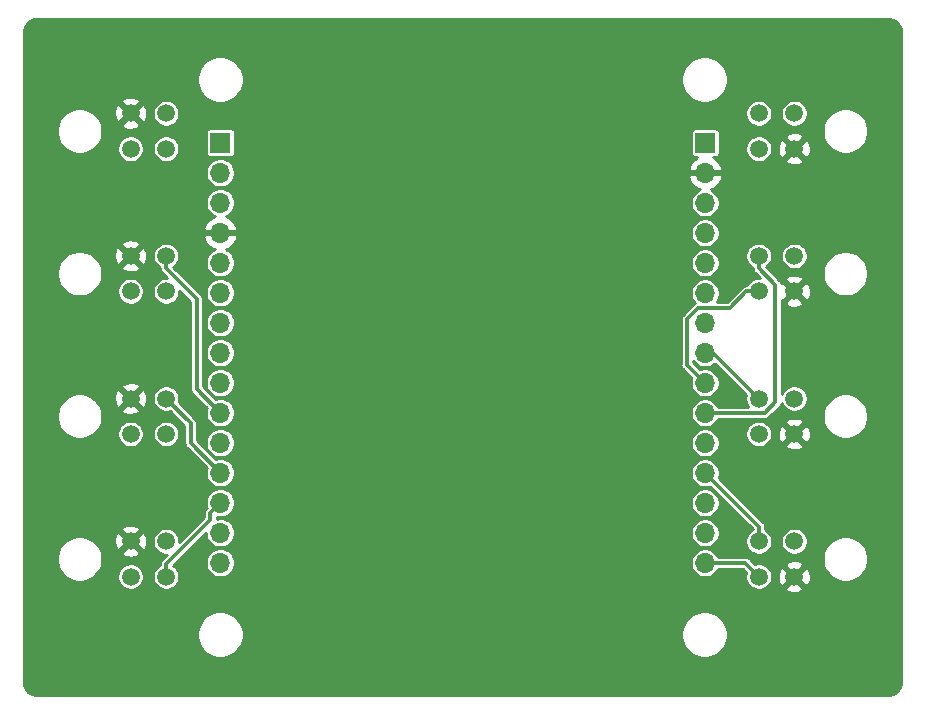
<source format=gbl>
%TF.GenerationSoftware,KiCad,Pcbnew,5.1.5+dfsg1-2build2*%
%TF.CreationDate,2021-01-07T13:01:17+01:00*%
%TF.ProjectId,LoadCellConnectionBoard,4c6f6164-4365-46c6-9c43-6f6e6e656374,rev?*%
%TF.SameCoordinates,Original*%
%TF.FileFunction,Copper,L2,Bot*%
%TF.FilePolarity,Positive*%
%FSLAX46Y46*%
G04 Gerber Fmt 4.6, Leading zero omitted, Abs format (unit mm)*
G04 Created by KiCad (PCBNEW 5.1.5+dfsg1-2build2) date 2021-01-07 13:01:17*
%MOMM*%
%LPD*%
G04 APERTURE LIST*
%ADD10C,1.500000*%
%ADD11O,1.700000X1.700000*%
%ADD12R,1.700000X1.700000*%
%ADD13C,0.300000*%
%ADD14C,0.254000*%
G04 APERTURE END LIST*
D10*
X121909000Y-83360200D03*
X118909000Y-83360200D03*
X121909000Y-80360200D03*
X118909000Y-80360200D03*
X118909000Y-92437900D03*
X121909000Y-92437900D03*
X118909000Y-95437900D03*
X121909000Y-95437900D03*
X121909000Y-107515600D03*
X118909000Y-107515600D03*
X121909000Y-104515600D03*
X118909000Y-104515600D03*
X118909000Y-116593300D03*
X121909000Y-116593300D03*
X118909000Y-119593300D03*
X121909000Y-119593300D03*
X172100640Y-80360200D03*
X175100640Y-80360200D03*
X172100640Y-83360200D03*
X175100640Y-83360200D03*
X175100640Y-95437900D03*
X172100640Y-95437900D03*
X175100640Y-92437900D03*
X172100640Y-92437900D03*
X172100640Y-104515600D03*
X175100640Y-104515600D03*
X172100640Y-107515600D03*
X175100640Y-107515600D03*
X175100640Y-119593300D03*
X172100640Y-119593300D03*
X175100640Y-116593300D03*
X172100640Y-116593300D03*
D11*
X126509560Y-118415120D03*
X126509560Y-115875120D03*
X126509560Y-113335120D03*
X126509560Y-110795120D03*
X126509560Y-108255120D03*
X126509560Y-105715120D03*
X126509560Y-103175120D03*
X126509560Y-100635120D03*
X126509560Y-98095120D03*
X126509560Y-95555120D03*
X126509560Y-93015120D03*
X126509560Y-90475120D03*
X126509560Y-87935120D03*
X126509560Y-85395120D03*
D12*
X126509560Y-82855120D03*
X167550880Y-82870360D03*
D11*
X167550880Y-85410360D03*
X167550880Y-87950360D03*
X167550880Y-90490360D03*
X167550880Y-93030360D03*
X167550880Y-95570360D03*
X167550880Y-98110360D03*
X167550880Y-100650360D03*
X167550880Y-103190360D03*
X167550880Y-105730360D03*
X167550880Y-108270360D03*
X167550880Y-110810360D03*
X167550880Y-113350360D03*
X167550880Y-115890360D03*
X167550880Y-118430360D03*
D13*
X121909000Y-93498560D02*
X124500000Y-96089560D01*
X121909000Y-92437900D02*
X121909000Y-93498560D01*
X124500000Y-103705560D02*
X126509560Y-105715120D01*
X124500000Y-96089560D02*
X124500000Y-103705560D01*
X121909000Y-104515600D02*
X124000000Y-106606600D01*
X124000000Y-108285560D02*
X126509560Y-110795120D01*
X124000000Y-106606600D02*
X124000000Y-108285560D01*
X125659561Y-114185119D02*
X126509560Y-113335120D01*
X125659561Y-114782079D02*
X125659561Y-114185119D01*
X121909000Y-118532640D02*
X125659561Y-114782079D01*
X121909000Y-119593300D02*
X121909000Y-118532640D01*
X166948959Y-96856359D02*
X166000000Y-97805318D01*
X169621521Y-96856359D02*
X166948959Y-96856359D01*
X171039980Y-95437900D02*
X169621521Y-96856359D01*
X172100640Y-95437900D02*
X171039980Y-95437900D01*
X166000000Y-101639480D02*
X167550880Y-103190360D01*
X166000000Y-97805318D02*
X166000000Y-101639480D01*
X172100640Y-93498560D02*
X173500000Y-94897920D01*
X172100640Y-92437900D02*
X172100640Y-93498560D01*
X172593802Y-105730360D02*
X168752961Y-105730360D01*
X173500000Y-104824162D02*
X172593802Y-105730360D01*
X168752961Y-105730360D02*
X167550880Y-105730360D01*
X173500000Y-94897920D02*
X173500000Y-104824162D01*
X168235400Y-100650360D02*
X167550880Y-100650360D01*
X172100640Y-104515600D02*
X168235400Y-100650360D01*
X170937700Y-118430360D02*
X172100640Y-119593300D01*
X167550880Y-118430360D02*
X170937700Y-118430360D01*
X172100640Y-115360120D02*
X172100640Y-116593300D01*
X167550880Y-110810360D02*
X172100640Y-115360120D01*
D14*
G36*
X183224427Y-72366549D02*
G01*
X183440309Y-72431728D01*
X183639421Y-72537598D01*
X183814171Y-72680121D01*
X183957917Y-72853880D01*
X184065172Y-73052243D01*
X184131855Y-73267661D01*
X184157100Y-73507854D01*
X184157101Y-128483214D01*
X184133450Y-128724430D01*
X184068272Y-128940309D01*
X183962402Y-129139421D01*
X183819877Y-129314174D01*
X183646121Y-129457917D01*
X183447757Y-129565172D01*
X183232339Y-129631855D01*
X182992146Y-129657100D01*
X111016776Y-129657100D01*
X110775570Y-129633450D01*
X110559691Y-129568272D01*
X110360579Y-129462402D01*
X110185826Y-129319877D01*
X110042083Y-129146121D01*
X109934828Y-128947757D01*
X109868145Y-128732339D01*
X109842900Y-128492146D01*
X109842900Y-124304889D01*
X124519000Y-124304889D01*
X124519000Y-124695111D01*
X124595129Y-125077836D01*
X124744461Y-125438355D01*
X124961257Y-125762814D01*
X125237186Y-126038743D01*
X125561645Y-126255539D01*
X125922164Y-126404871D01*
X126304889Y-126481000D01*
X126695111Y-126481000D01*
X127077836Y-126404871D01*
X127438355Y-126255539D01*
X127762814Y-126038743D01*
X128038743Y-125762814D01*
X128255539Y-125438355D01*
X128404871Y-125077836D01*
X128481000Y-124695111D01*
X128481000Y-124304889D01*
X165519000Y-124304889D01*
X165519000Y-124695111D01*
X165595129Y-125077836D01*
X165744461Y-125438355D01*
X165961257Y-125762814D01*
X166237186Y-126038743D01*
X166561645Y-126255539D01*
X166922164Y-126404871D01*
X167304889Y-126481000D01*
X167695111Y-126481000D01*
X168077836Y-126404871D01*
X168438355Y-126255539D01*
X168762814Y-126038743D01*
X169038743Y-125762814D01*
X169255539Y-125438355D01*
X169404871Y-125077836D01*
X169481000Y-124695111D01*
X169481000Y-124304889D01*
X169404871Y-123922164D01*
X169255539Y-123561645D01*
X169038743Y-123237186D01*
X168762814Y-122961257D01*
X168438355Y-122744461D01*
X168077836Y-122595129D01*
X167695111Y-122519000D01*
X167304889Y-122519000D01*
X166922164Y-122595129D01*
X166561645Y-122744461D01*
X166237186Y-122961257D01*
X165961257Y-123237186D01*
X165744461Y-123561645D01*
X165595129Y-123922164D01*
X165519000Y-124304889D01*
X128481000Y-124304889D01*
X128404871Y-123922164D01*
X128255539Y-123561645D01*
X128038743Y-123237186D01*
X127762814Y-122961257D01*
X127438355Y-122744461D01*
X127077836Y-122595129D01*
X126695111Y-122519000D01*
X126304889Y-122519000D01*
X125922164Y-122595129D01*
X125561645Y-122744461D01*
X125237186Y-122961257D01*
X124961257Y-123237186D01*
X124744461Y-123561645D01*
X124595129Y-123922164D01*
X124519000Y-124304889D01*
X109842900Y-124304889D01*
X109842900Y-117903113D01*
X112658000Y-117903113D01*
X112658000Y-118283487D01*
X112732208Y-118656552D01*
X112877770Y-119007971D01*
X113089095Y-119324241D01*
X113358059Y-119593205D01*
X113674329Y-119804530D01*
X114025748Y-119950092D01*
X114398813Y-120024300D01*
X114779187Y-120024300D01*
X115152252Y-119950092D01*
X115503671Y-119804530D01*
X115819941Y-119593205D01*
X115931240Y-119481906D01*
X117778000Y-119481906D01*
X117778000Y-119704694D01*
X117821464Y-119923200D01*
X117906721Y-120129029D01*
X118030495Y-120314270D01*
X118188030Y-120471805D01*
X118373271Y-120595579D01*
X118579100Y-120680836D01*
X118797606Y-120724300D01*
X119020394Y-120724300D01*
X119238900Y-120680836D01*
X119444729Y-120595579D01*
X119629970Y-120471805D01*
X119787505Y-120314270D01*
X119911279Y-120129029D01*
X119996536Y-119923200D01*
X120040000Y-119704694D01*
X120040000Y-119481906D01*
X119996536Y-119263400D01*
X119911279Y-119057571D01*
X119787505Y-118872330D01*
X119629970Y-118714795D01*
X119444729Y-118591021D01*
X119238900Y-118505764D01*
X119020394Y-118462300D01*
X118797606Y-118462300D01*
X118579100Y-118505764D01*
X118373271Y-118591021D01*
X118188030Y-118714795D01*
X118030495Y-118872330D01*
X117906721Y-119057571D01*
X117821464Y-119263400D01*
X117778000Y-119481906D01*
X115931240Y-119481906D01*
X116088905Y-119324241D01*
X116300230Y-119007971D01*
X116445792Y-118656552D01*
X116520000Y-118283487D01*
X116520000Y-117903113D01*
X116449820Y-117550293D01*
X118131612Y-117550293D01*
X118197137Y-117789160D01*
X118444116Y-117905060D01*
X118708960Y-117970550D01*
X118981492Y-117983112D01*
X119251238Y-117942265D01*
X119507832Y-117849577D01*
X119620863Y-117789160D01*
X119686388Y-117550293D01*
X118909000Y-116772905D01*
X118131612Y-117550293D01*
X116449820Y-117550293D01*
X116445792Y-117530048D01*
X116300230Y-117178629D01*
X116088905Y-116862359D01*
X115892338Y-116665792D01*
X117519188Y-116665792D01*
X117560035Y-116935538D01*
X117652723Y-117192132D01*
X117713140Y-117305163D01*
X117952007Y-117370688D01*
X118729395Y-116593300D01*
X119088605Y-116593300D01*
X119865993Y-117370688D01*
X120104860Y-117305163D01*
X120220760Y-117058184D01*
X120286250Y-116793340D01*
X120298812Y-116520808D01*
X120292922Y-116481906D01*
X120778000Y-116481906D01*
X120778000Y-116704694D01*
X120821464Y-116923200D01*
X120906721Y-117129029D01*
X121030495Y-117314270D01*
X121188030Y-117471805D01*
X121373271Y-117595579D01*
X121579100Y-117680836D01*
X121797606Y-117724300D01*
X121966394Y-117724300D01*
X121551971Y-118138723D01*
X121531711Y-118155350D01*
X121515084Y-118175610D01*
X121515083Y-118175611D01*
X121465354Y-118236205D01*
X121416047Y-118328453D01*
X121385684Y-118428547D01*
X121375432Y-118532640D01*
X121378001Y-118558724D01*
X121378001Y-118589062D01*
X121373271Y-118591021D01*
X121188030Y-118714795D01*
X121030495Y-118872330D01*
X120906721Y-119057571D01*
X120821464Y-119263400D01*
X120778000Y-119481906D01*
X120778000Y-119704694D01*
X120821464Y-119923200D01*
X120906721Y-120129029D01*
X121030495Y-120314270D01*
X121188030Y-120471805D01*
X121373271Y-120595579D01*
X121579100Y-120680836D01*
X121797606Y-120724300D01*
X122020394Y-120724300D01*
X122238900Y-120680836D01*
X122444729Y-120595579D01*
X122629970Y-120471805D01*
X122787505Y-120314270D01*
X122911279Y-120129029D01*
X122996536Y-119923200D01*
X123040000Y-119704694D01*
X123040000Y-119481906D01*
X122996536Y-119263400D01*
X122911279Y-119057571D01*
X122787505Y-118872330D01*
X122629970Y-118714795D01*
X122538745Y-118653841D01*
X122898709Y-118293877D01*
X125278560Y-118293877D01*
X125278560Y-118536363D01*
X125325867Y-118774189D01*
X125418662Y-118998217D01*
X125553380Y-119199837D01*
X125724843Y-119371300D01*
X125926463Y-119506018D01*
X126150491Y-119598813D01*
X126388317Y-119646120D01*
X126630803Y-119646120D01*
X126868629Y-119598813D01*
X127092657Y-119506018D01*
X127294277Y-119371300D01*
X127465740Y-119199837D01*
X127600458Y-118998217D01*
X127693253Y-118774189D01*
X127740560Y-118536363D01*
X127740560Y-118309117D01*
X166319880Y-118309117D01*
X166319880Y-118551603D01*
X166367187Y-118789429D01*
X166459982Y-119013457D01*
X166594700Y-119215077D01*
X166766163Y-119386540D01*
X166967783Y-119521258D01*
X167191811Y-119614053D01*
X167429637Y-119661360D01*
X167672123Y-119661360D01*
X167909949Y-119614053D01*
X168133977Y-119521258D01*
X168335597Y-119386540D01*
X168507060Y-119215077D01*
X168641778Y-119013457D01*
X168663357Y-118961360D01*
X170717754Y-118961360D01*
X171015063Y-119258670D01*
X171013104Y-119263400D01*
X170969640Y-119481906D01*
X170969640Y-119704694D01*
X171013104Y-119923200D01*
X171098361Y-120129029D01*
X171222135Y-120314270D01*
X171379670Y-120471805D01*
X171564911Y-120595579D01*
X171770740Y-120680836D01*
X171989246Y-120724300D01*
X172212034Y-120724300D01*
X172430540Y-120680836D01*
X172636369Y-120595579D01*
X172704144Y-120550293D01*
X174323252Y-120550293D01*
X174388777Y-120789160D01*
X174635756Y-120905060D01*
X174900600Y-120970550D01*
X175173132Y-120983112D01*
X175442878Y-120942265D01*
X175699472Y-120849577D01*
X175812503Y-120789160D01*
X175878028Y-120550293D01*
X175100640Y-119772905D01*
X174323252Y-120550293D01*
X172704144Y-120550293D01*
X172821610Y-120471805D01*
X172979145Y-120314270D01*
X173102919Y-120129029D01*
X173188176Y-119923200D01*
X173231640Y-119704694D01*
X173231640Y-119665792D01*
X173710828Y-119665792D01*
X173751675Y-119935538D01*
X173844363Y-120192132D01*
X173904780Y-120305163D01*
X174143647Y-120370688D01*
X174921035Y-119593300D01*
X175280245Y-119593300D01*
X176057633Y-120370688D01*
X176296500Y-120305163D01*
X176412400Y-120058184D01*
X176477890Y-119793340D01*
X176490452Y-119520808D01*
X176449605Y-119251062D01*
X176356917Y-118994468D01*
X176296500Y-118881437D01*
X176057633Y-118815912D01*
X175280245Y-119593300D01*
X174921035Y-119593300D01*
X174143647Y-118815912D01*
X173904780Y-118881437D01*
X173788880Y-119128416D01*
X173723390Y-119393260D01*
X173710828Y-119665792D01*
X173231640Y-119665792D01*
X173231640Y-119481906D01*
X173188176Y-119263400D01*
X173102919Y-119057571D01*
X172979145Y-118872330D01*
X172821610Y-118714795D01*
X172704145Y-118636307D01*
X174323252Y-118636307D01*
X175100640Y-119413695D01*
X175878028Y-118636307D01*
X175812503Y-118397440D01*
X175565524Y-118281540D01*
X175300680Y-118216050D01*
X175028148Y-118203488D01*
X174758402Y-118244335D01*
X174501808Y-118337023D01*
X174388777Y-118397440D01*
X174323252Y-118636307D01*
X172704145Y-118636307D01*
X172636369Y-118591021D01*
X172430540Y-118505764D01*
X172212034Y-118462300D01*
X171989246Y-118462300D01*
X171770740Y-118505764D01*
X171766010Y-118507723D01*
X171331621Y-118073335D01*
X171314990Y-118053070D01*
X171234135Y-117986714D01*
X171141888Y-117937407D01*
X171041794Y-117907043D01*
X171001891Y-117903113D01*
X177489640Y-117903113D01*
X177489640Y-118283487D01*
X177563848Y-118656552D01*
X177709410Y-119007971D01*
X177920735Y-119324241D01*
X178189699Y-119593205D01*
X178505969Y-119804530D01*
X178857388Y-119950092D01*
X179230453Y-120024300D01*
X179610827Y-120024300D01*
X179983892Y-119950092D01*
X180335311Y-119804530D01*
X180651581Y-119593205D01*
X180920545Y-119324241D01*
X181131870Y-119007971D01*
X181277432Y-118656552D01*
X181351640Y-118283487D01*
X181351640Y-117903113D01*
X181277432Y-117530048D01*
X181131870Y-117178629D01*
X180920545Y-116862359D01*
X180651581Y-116593395D01*
X180335311Y-116382070D01*
X179983892Y-116236508D01*
X179610827Y-116162300D01*
X179230453Y-116162300D01*
X178857388Y-116236508D01*
X178505969Y-116382070D01*
X178189699Y-116593395D01*
X177920735Y-116862359D01*
X177709410Y-117178629D01*
X177563848Y-117530048D01*
X177489640Y-117903113D01*
X171001891Y-117903113D01*
X170963784Y-117899360D01*
X170963774Y-117899360D01*
X170937700Y-117896792D01*
X170911626Y-117899360D01*
X168663357Y-117899360D01*
X168641778Y-117847263D01*
X168507060Y-117645643D01*
X168335597Y-117474180D01*
X168133977Y-117339462D01*
X167909949Y-117246667D01*
X167672123Y-117199360D01*
X167429637Y-117199360D01*
X167191811Y-117246667D01*
X166967783Y-117339462D01*
X166766163Y-117474180D01*
X166594700Y-117645643D01*
X166459982Y-117847263D01*
X166367187Y-118071291D01*
X166319880Y-118309117D01*
X127740560Y-118309117D01*
X127740560Y-118293877D01*
X127693253Y-118056051D01*
X127600458Y-117832023D01*
X127465740Y-117630403D01*
X127294277Y-117458940D01*
X127092657Y-117324222D01*
X126868629Y-117231427D01*
X126630803Y-117184120D01*
X126388317Y-117184120D01*
X126150491Y-117231427D01*
X125926463Y-117324222D01*
X125724843Y-117458940D01*
X125553380Y-117630403D01*
X125418662Y-117832023D01*
X125325867Y-118056051D01*
X125278560Y-118293877D01*
X122898709Y-118293877D01*
X125278560Y-115914027D01*
X125278560Y-115996363D01*
X125325867Y-116234189D01*
X125418662Y-116458217D01*
X125553380Y-116659837D01*
X125724843Y-116831300D01*
X125926463Y-116966018D01*
X126150491Y-117058813D01*
X126388317Y-117106120D01*
X126630803Y-117106120D01*
X126868629Y-117058813D01*
X127092657Y-116966018D01*
X127294277Y-116831300D01*
X127465740Y-116659837D01*
X127600458Y-116458217D01*
X127693253Y-116234189D01*
X127740560Y-115996363D01*
X127740560Y-115769117D01*
X166319880Y-115769117D01*
X166319880Y-116011603D01*
X166367187Y-116249429D01*
X166459982Y-116473457D01*
X166594700Y-116675077D01*
X166766163Y-116846540D01*
X166967783Y-116981258D01*
X167191811Y-117074053D01*
X167429637Y-117121360D01*
X167672123Y-117121360D01*
X167909949Y-117074053D01*
X168133977Y-116981258D01*
X168335597Y-116846540D01*
X168507060Y-116675077D01*
X168641778Y-116473457D01*
X168734573Y-116249429D01*
X168781880Y-116011603D01*
X168781880Y-115769117D01*
X168734573Y-115531291D01*
X168641778Y-115307263D01*
X168507060Y-115105643D01*
X168335597Y-114934180D01*
X168133977Y-114799462D01*
X167909949Y-114706667D01*
X167672123Y-114659360D01*
X167429637Y-114659360D01*
X167191811Y-114706667D01*
X166967783Y-114799462D01*
X166766163Y-114934180D01*
X166594700Y-115105643D01*
X166459982Y-115307263D01*
X166367187Y-115531291D01*
X166319880Y-115769117D01*
X127740560Y-115769117D01*
X127740560Y-115753877D01*
X127693253Y-115516051D01*
X127600458Y-115292023D01*
X127465740Y-115090403D01*
X127294277Y-114918940D01*
X127092657Y-114784222D01*
X126868629Y-114691427D01*
X126630803Y-114644120D01*
X126388317Y-114644120D01*
X126190561Y-114683457D01*
X126190561Y-114526783D01*
X126388317Y-114566120D01*
X126630803Y-114566120D01*
X126868629Y-114518813D01*
X127092657Y-114426018D01*
X127294277Y-114291300D01*
X127465740Y-114119837D01*
X127600458Y-113918217D01*
X127693253Y-113694189D01*
X127740560Y-113456363D01*
X127740560Y-113229117D01*
X166319880Y-113229117D01*
X166319880Y-113471603D01*
X166367187Y-113709429D01*
X166459982Y-113933457D01*
X166594700Y-114135077D01*
X166766163Y-114306540D01*
X166967783Y-114441258D01*
X167191811Y-114534053D01*
X167429637Y-114581360D01*
X167672123Y-114581360D01*
X167909949Y-114534053D01*
X168133977Y-114441258D01*
X168335597Y-114306540D01*
X168507060Y-114135077D01*
X168641778Y-113933457D01*
X168734573Y-113709429D01*
X168781880Y-113471603D01*
X168781880Y-113229117D01*
X168734573Y-112991291D01*
X168641778Y-112767263D01*
X168507060Y-112565643D01*
X168335597Y-112394180D01*
X168133977Y-112259462D01*
X167909949Y-112166667D01*
X167672123Y-112119360D01*
X167429637Y-112119360D01*
X167191811Y-112166667D01*
X166967783Y-112259462D01*
X166766163Y-112394180D01*
X166594700Y-112565643D01*
X166459982Y-112767263D01*
X166367187Y-112991291D01*
X166319880Y-113229117D01*
X127740560Y-113229117D01*
X127740560Y-113213877D01*
X127693253Y-112976051D01*
X127600458Y-112752023D01*
X127465740Y-112550403D01*
X127294277Y-112378940D01*
X127092657Y-112244222D01*
X126868629Y-112151427D01*
X126630803Y-112104120D01*
X126388317Y-112104120D01*
X126150491Y-112151427D01*
X125926463Y-112244222D01*
X125724843Y-112378940D01*
X125553380Y-112550403D01*
X125418662Y-112752023D01*
X125325867Y-112976051D01*
X125278560Y-113213877D01*
X125278560Y-113456363D01*
X125325867Y-113694189D01*
X125347447Y-113746287D01*
X125302532Y-113791202D01*
X125282272Y-113807829D01*
X125265645Y-113828089D01*
X125265644Y-113828090D01*
X125215915Y-113888684D01*
X125166608Y-113980932D01*
X125145456Y-114050662D01*
X125136245Y-114081025D01*
X125128561Y-114159035D01*
X125128561Y-114159045D01*
X125125993Y-114185119D01*
X125128561Y-114211193D01*
X125128561Y-114562132D01*
X123040000Y-116650694D01*
X123040000Y-116481906D01*
X122996536Y-116263400D01*
X122911279Y-116057571D01*
X122787505Y-115872330D01*
X122629970Y-115714795D01*
X122444729Y-115591021D01*
X122238900Y-115505764D01*
X122020394Y-115462300D01*
X121797606Y-115462300D01*
X121579100Y-115505764D01*
X121373271Y-115591021D01*
X121188030Y-115714795D01*
X121030495Y-115872330D01*
X120906721Y-116057571D01*
X120821464Y-116263400D01*
X120778000Y-116481906D01*
X120292922Y-116481906D01*
X120257965Y-116251062D01*
X120165277Y-115994468D01*
X120104860Y-115881437D01*
X119865993Y-115815912D01*
X119088605Y-116593300D01*
X118729395Y-116593300D01*
X117952007Y-115815912D01*
X117713140Y-115881437D01*
X117597240Y-116128416D01*
X117531750Y-116393260D01*
X117519188Y-116665792D01*
X115892338Y-116665792D01*
X115819941Y-116593395D01*
X115503671Y-116382070D01*
X115152252Y-116236508D01*
X114779187Y-116162300D01*
X114398813Y-116162300D01*
X114025748Y-116236508D01*
X113674329Y-116382070D01*
X113358059Y-116593395D01*
X113089095Y-116862359D01*
X112877770Y-117178629D01*
X112732208Y-117530048D01*
X112658000Y-117903113D01*
X109842900Y-117903113D01*
X109842900Y-115636307D01*
X118131612Y-115636307D01*
X118909000Y-116413695D01*
X119686388Y-115636307D01*
X119620863Y-115397440D01*
X119373884Y-115281540D01*
X119109040Y-115216050D01*
X118836508Y-115203488D01*
X118566762Y-115244335D01*
X118310168Y-115337023D01*
X118197137Y-115397440D01*
X118131612Y-115636307D01*
X109842900Y-115636307D01*
X109842900Y-105825413D01*
X112658000Y-105825413D01*
X112658000Y-106205787D01*
X112732208Y-106578852D01*
X112877770Y-106930271D01*
X113089095Y-107246541D01*
X113358059Y-107515505D01*
X113674329Y-107726830D01*
X114025748Y-107872392D01*
X114398813Y-107946600D01*
X114779187Y-107946600D01*
X115152252Y-107872392D01*
X115503671Y-107726830D01*
X115819941Y-107515505D01*
X115931240Y-107404206D01*
X117778000Y-107404206D01*
X117778000Y-107626994D01*
X117821464Y-107845500D01*
X117906721Y-108051329D01*
X118030495Y-108236570D01*
X118188030Y-108394105D01*
X118373271Y-108517879D01*
X118579100Y-108603136D01*
X118797606Y-108646600D01*
X119020394Y-108646600D01*
X119238900Y-108603136D01*
X119444729Y-108517879D01*
X119629970Y-108394105D01*
X119787505Y-108236570D01*
X119911279Y-108051329D01*
X119996536Y-107845500D01*
X120040000Y-107626994D01*
X120040000Y-107404206D01*
X120778000Y-107404206D01*
X120778000Y-107626994D01*
X120821464Y-107845500D01*
X120906721Y-108051329D01*
X121030495Y-108236570D01*
X121188030Y-108394105D01*
X121373271Y-108517879D01*
X121579100Y-108603136D01*
X121797606Y-108646600D01*
X122020394Y-108646600D01*
X122238900Y-108603136D01*
X122444729Y-108517879D01*
X122629970Y-108394105D01*
X122787505Y-108236570D01*
X122911279Y-108051329D01*
X122996536Y-107845500D01*
X123040000Y-107626994D01*
X123040000Y-107404206D01*
X122996536Y-107185700D01*
X122911279Y-106979871D01*
X122787505Y-106794630D01*
X122629970Y-106637095D01*
X122444729Y-106513321D01*
X122238900Y-106428064D01*
X122020394Y-106384600D01*
X121797606Y-106384600D01*
X121579100Y-106428064D01*
X121373271Y-106513321D01*
X121188030Y-106637095D01*
X121030495Y-106794630D01*
X120906721Y-106979871D01*
X120821464Y-107185700D01*
X120778000Y-107404206D01*
X120040000Y-107404206D01*
X119996536Y-107185700D01*
X119911279Y-106979871D01*
X119787505Y-106794630D01*
X119629970Y-106637095D01*
X119444729Y-106513321D01*
X119238900Y-106428064D01*
X119020394Y-106384600D01*
X118797606Y-106384600D01*
X118579100Y-106428064D01*
X118373271Y-106513321D01*
X118188030Y-106637095D01*
X118030495Y-106794630D01*
X117906721Y-106979871D01*
X117821464Y-107185700D01*
X117778000Y-107404206D01*
X115931240Y-107404206D01*
X116088905Y-107246541D01*
X116300230Y-106930271D01*
X116445792Y-106578852D01*
X116520000Y-106205787D01*
X116520000Y-105825413D01*
X116449820Y-105472593D01*
X118131612Y-105472593D01*
X118197137Y-105711460D01*
X118444116Y-105827360D01*
X118708960Y-105892850D01*
X118981492Y-105905412D01*
X119251238Y-105864565D01*
X119507832Y-105771877D01*
X119620863Y-105711460D01*
X119686388Y-105472593D01*
X118909000Y-104695205D01*
X118131612Y-105472593D01*
X116449820Y-105472593D01*
X116445792Y-105452348D01*
X116300230Y-105100929D01*
X116088905Y-104784659D01*
X115892338Y-104588092D01*
X117519188Y-104588092D01*
X117560035Y-104857838D01*
X117652723Y-105114432D01*
X117713140Y-105227463D01*
X117952007Y-105292988D01*
X118729395Y-104515600D01*
X119088605Y-104515600D01*
X119865993Y-105292988D01*
X120104860Y-105227463D01*
X120220760Y-104980484D01*
X120286250Y-104715640D01*
X120298812Y-104443108D01*
X120292922Y-104404206D01*
X120778000Y-104404206D01*
X120778000Y-104626994D01*
X120821464Y-104845500D01*
X120906721Y-105051329D01*
X121030495Y-105236570D01*
X121188030Y-105394105D01*
X121373271Y-105517879D01*
X121579100Y-105603136D01*
X121797606Y-105646600D01*
X122020394Y-105646600D01*
X122238900Y-105603136D01*
X122243630Y-105601177D01*
X123469000Y-106826548D01*
X123469001Y-108259476D01*
X123466432Y-108285560D01*
X123469001Y-108311644D01*
X123476684Y-108389654D01*
X123478034Y-108394105D01*
X123507047Y-108489747D01*
X123556354Y-108581995D01*
X123595283Y-108629429D01*
X123622711Y-108662850D01*
X123642971Y-108679477D01*
X125347446Y-110383954D01*
X125325867Y-110436051D01*
X125278560Y-110673877D01*
X125278560Y-110916363D01*
X125325867Y-111154189D01*
X125418662Y-111378217D01*
X125553380Y-111579837D01*
X125724843Y-111751300D01*
X125926463Y-111886018D01*
X126150491Y-111978813D01*
X126388317Y-112026120D01*
X126630803Y-112026120D01*
X126868629Y-111978813D01*
X127092657Y-111886018D01*
X127294277Y-111751300D01*
X127465740Y-111579837D01*
X127600458Y-111378217D01*
X127693253Y-111154189D01*
X127740560Y-110916363D01*
X127740560Y-110689117D01*
X166319880Y-110689117D01*
X166319880Y-110931603D01*
X166367187Y-111169429D01*
X166459982Y-111393457D01*
X166594700Y-111595077D01*
X166766163Y-111766540D01*
X166967783Y-111901258D01*
X167191811Y-111994053D01*
X167429637Y-112041360D01*
X167672123Y-112041360D01*
X167909949Y-111994053D01*
X167962047Y-111972473D01*
X171569640Y-115580067D01*
X171569640Y-115589062D01*
X171564911Y-115591021D01*
X171379670Y-115714795D01*
X171222135Y-115872330D01*
X171098361Y-116057571D01*
X171013104Y-116263400D01*
X170969640Y-116481906D01*
X170969640Y-116704694D01*
X171013104Y-116923200D01*
X171098361Y-117129029D01*
X171222135Y-117314270D01*
X171379670Y-117471805D01*
X171564911Y-117595579D01*
X171770740Y-117680836D01*
X171989246Y-117724300D01*
X172212034Y-117724300D01*
X172430540Y-117680836D01*
X172636369Y-117595579D01*
X172821610Y-117471805D01*
X172979145Y-117314270D01*
X173102919Y-117129029D01*
X173188176Y-116923200D01*
X173231640Y-116704694D01*
X173231640Y-116481906D01*
X173969640Y-116481906D01*
X173969640Y-116704694D01*
X174013104Y-116923200D01*
X174098361Y-117129029D01*
X174222135Y-117314270D01*
X174379670Y-117471805D01*
X174564911Y-117595579D01*
X174770740Y-117680836D01*
X174989246Y-117724300D01*
X175212034Y-117724300D01*
X175430540Y-117680836D01*
X175636369Y-117595579D01*
X175821610Y-117471805D01*
X175979145Y-117314270D01*
X176102919Y-117129029D01*
X176188176Y-116923200D01*
X176231640Y-116704694D01*
X176231640Y-116481906D01*
X176188176Y-116263400D01*
X176102919Y-116057571D01*
X175979145Y-115872330D01*
X175821610Y-115714795D01*
X175636369Y-115591021D01*
X175430540Y-115505764D01*
X175212034Y-115462300D01*
X174989246Y-115462300D01*
X174770740Y-115505764D01*
X174564911Y-115591021D01*
X174379670Y-115714795D01*
X174222135Y-115872330D01*
X174098361Y-116057571D01*
X174013104Y-116263400D01*
X173969640Y-116481906D01*
X173231640Y-116481906D01*
X173188176Y-116263400D01*
X173102919Y-116057571D01*
X172979145Y-115872330D01*
X172821610Y-115714795D01*
X172636369Y-115591021D01*
X172631640Y-115589062D01*
X172631640Y-115386193D01*
X172634208Y-115360119D01*
X172631640Y-115334045D01*
X172631640Y-115334036D01*
X172623957Y-115256026D01*
X172593593Y-115155932D01*
X172552213Y-115078515D01*
X172544286Y-115063684D01*
X172494557Y-115003090D01*
X172477930Y-114982830D01*
X172457670Y-114966203D01*
X168712993Y-111221527D01*
X168734573Y-111169429D01*
X168781880Y-110931603D01*
X168781880Y-110689117D01*
X168734573Y-110451291D01*
X168641778Y-110227263D01*
X168507060Y-110025643D01*
X168335597Y-109854180D01*
X168133977Y-109719462D01*
X167909949Y-109626667D01*
X167672123Y-109579360D01*
X167429637Y-109579360D01*
X167191811Y-109626667D01*
X166967783Y-109719462D01*
X166766163Y-109854180D01*
X166594700Y-110025643D01*
X166459982Y-110227263D01*
X166367187Y-110451291D01*
X166319880Y-110689117D01*
X127740560Y-110689117D01*
X127740560Y-110673877D01*
X127693253Y-110436051D01*
X127600458Y-110212023D01*
X127465740Y-110010403D01*
X127294277Y-109838940D01*
X127092657Y-109704222D01*
X126868629Y-109611427D01*
X126630803Y-109564120D01*
X126388317Y-109564120D01*
X126150491Y-109611427D01*
X126098394Y-109633006D01*
X124599264Y-108133877D01*
X125278560Y-108133877D01*
X125278560Y-108376363D01*
X125325867Y-108614189D01*
X125418662Y-108838217D01*
X125553380Y-109039837D01*
X125724843Y-109211300D01*
X125926463Y-109346018D01*
X126150491Y-109438813D01*
X126388317Y-109486120D01*
X126630803Y-109486120D01*
X126868629Y-109438813D01*
X127092657Y-109346018D01*
X127294277Y-109211300D01*
X127465740Y-109039837D01*
X127600458Y-108838217D01*
X127693253Y-108614189D01*
X127740560Y-108376363D01*
X127740560Y-108149117D01*
X166319880Y-108149117D01*
X166319880Y-108391603D01*
X166367187Y-108629429D01*
X166459982Y-108853457D01*
X166594700Y-109055077D01*
X166766163Y-109226540D01*
X166967783Y-109361258D01*
X167191811Y-109454053D01*
X167429637Y-109501360D01*
X167672123Y-109501360D01*
X167909949Y-109454053D01*
X168133977Y-109361258D01*
X168335597Y-109226540D01*
X168507060Y-109055077D01*
X168641778Y-108853457D01*
X168734573Y-108629429D01*
X168781880Y-108391603D01*
X168781880Y-108149117D01*
X168734573Y-107911291D01*
X168641778Y-107687263D01*
X168507060Y-107485643D01*
X168425623Y-107404206D01*
X170969640Y-107404206D01*
X170969640Y-107626994D01*
X171013104Y-107845500D01*
X171098361Y-108051329D01*
X171222135Y-108236570D01*
X171379670Y-108394105D01*
X171564911Y-108517879D01*
X171770740Y-108603136D01*
X171989246Y-108646600D01*
X172212034Y-108646600D01*
X172430540Y-108603136D01*
X172636369Y-108517879D01*
X172704144Y-108472593D01*
X174323252Y-108472593D01*
X174388777Y-108711460D01*
X174635756Y-108827360D01*
X174900600Y-108892850D01*
X175173132Y-108905412D01*
X175442878Y-108864565D01*
X175699472Y-108771877D01*
X175812503Y-108711460D01*
X175878028Y-108472593D01*
X175100640Y-107695205D01*
X174323252Y-108472593D01*
X172704144Y-108472593D01*
X172821610Y-108394105D01*
X172979145Y-108236570D01*
X173102919Y-108051329D01*
X173188176Y-107845500D01*
X173231640Y-107626994D01*
X173231640Y-107588092D01*
X173710828Y-107588092D01*
X173751675Y-107857838D01*
X173844363Y-108114432D01*
X173904780Y-108227463D01*
X174143647Y-108292988D01*
X174921035Y-107515600D01*
X175280245Y-107515600D01*
X176057633Y-108292988D01*
X176296500Y-108227463D01*
X176412400Y-107980484D01*
X176477890Y-107715640D01*
X176490452Y-107443108D01*
X176449605Y-107173362D01*
X176356917Y-106916768D01*
X176296500Y-106803737D01*
X176057633Y-106738212D01*
X175280245Y-107515600D01*
X174921035Y-107515600D01*
X174143647Y-106738212D01*
X173904780Y-106803737D01*
X173788880Y-107050716D01*
X173723390Y-107315560D01*
X173710828Y-107588092D01*
X173231640Y-107588092D01*
X173231640Y-107404206D01*
X173188176Y-107185700D01*
X173102919Y-106979871D01*
X172979145Y-106794630D01*
X172821610Y-106637095D01*
X172704145Y-106558607D01*
X174323252Y-106558607D01*
X175100640Y-107335995D01*
X175878028Y-106558607D01*
X175812503Y-106319740D01*
X175565524Y-106203840D01*
X175300680Y-106138350D01*
X175028148Y-106125788D01*
X174758402Y-106166635D01*
X174501808Y-106259323D01*
X174388777Y-106319740D01*
X174323252Y-106558607D01*
X172704145Y-106558607D01*
X172636369Y-106513321D01*
X172430540Y-106428064D01*
X172212034Y-106384600D01*
X171989246Y-106384600D01*
X171770740Y-106428064D01*
X171564911Y-106513321D01*
X171379670Y-106637095D01*
X171222135Y-106794630D01*
X171098361Y-106979871D01*
X171013104Y-107185700D01*
X170969640Y-107404206D01*
X168425623Y-107404206D01*
X168335597Y-107314180D01*
X168133977Y-107179462D01*
X167909949Y-107086667D01*
X167672123Y-107039360D01*
X167429637Y-107039360D01*
X167191811Y-107086667D01*
X166967783Y-107179462D01*
X166766163Y-107314180D01*
X166594700Y-107485643D01*
X166459982Y-107687263D01*
X166367187Y-107911291D01*
X166319880Y-108149117D01*
X127740560Y-108149117D01*
X127740560Y-108133877D01*
X127693253Y-107896051D01*
X127600458Y-107672023D01*
X127465740Y-107470403D01*
X127294277Y-107298940D01*
X127092657Y-107164222D01*
X126868629Y-107071427D01*
X126630803Y-107024120D01*
X126388317Y-107024120D01*
X126150491Y-107071427D01*
X125926463Y-107164222D01*
X125724843Y-107298940D01*
X125553380Y-107470403D01*
X125418662Y-107672023D01*
X125325867Y-107896051D01*
X125278560Y-108133877D01*
X124599264Y-108133877D01*
X124531000Y-108065614D01*
X124531000Y-106632674D01*
X124533568Y-106606600D01*
X124531000Y-106580526D01*
X124531000Y-106580516D01*
X124523317Y-106502506D01*
X124492953Y-106402412D01*
X124445406Y-106313457D01*
X124443646Y-106310164D01*
X124393918Y-106249570D01*
X124393912Y-106249564D01*
X124377290Y-106229310D01*
X124357036Y-106212688D01*
X122994577Y-104850230D01*
X122996536Y-104845500D01*
X123040000Y-104626994D01*
X123040000Y-104404206D01*
X122996536Y-104185700D01*
X122911279Y-103979871D01*
X122787505Y-103794630D01*
X122629970Y-103637095D01*
X122444729Y-103513321D01*
X122238900Y-103428064D01*
X122020394Y-103384600D01*
X121797606Y-103384600D01*
X121579100Y-103428064D01*
X121373271Y-103513321D01*
X121188030Y-103637095D01*
X121030495Y-103794630D01*
X120906721Y-103979871D01*
X120821464Y-104185700D01*
X120778000Y-104404206D01*
X120292922Y-104404206D01*
X120257965Y-104173362D01*
X120165277Y-103916768D01*
X120104860Y-103803737D01*
X119865993Y-103738212D01*
X119088605Y-104515600D01*
X118729395Y-104515600D01*
X117952007Y-103738212D01*
X117713140Y-103803737D01*
X117597240Y-104050716D01*
X117531750Y-104315560D01*
X117519188Y-104588092D01*
X115892338Y-104588092D01*
X115819941Y-104515695D01*
X115503671Y-104304370D01*
X115152252Y-104158808D01*
X114779187Y-104084600D01*
X114398813Y-104084600D01*
X114025748Y-104158808D01*
X113674329Y-104304370D01*
X113358059Y-104515695D01*
X113089095Y-104784659D01*
X112877770Y-105100929D01*
X112732208Y-105452348D01*
X112658000Y-105825413D01*
X109842900Y-105825413D01*
X109842900Y-103558607D01*
X118131612Y-103558607D01*
X118909000Y-104335995D01*
X119686388Y-103558607D01*
X119620863Y-103319740D01*
X119373884Y-103203840D01*
X119109040Y-103138350D01*
X118836508Y-103125788D01*
X118566762Y-103166635D01*
X118310168Y-103259323D01*
X118197137Y-103319740D01*
X118131612Y-103558607D01*
X109842900Y-103558607D01*
X109842900Y-93747713D01*
X112658000Y-93747713D01*
X112658000Y-94128087D01*
X112732208Y-94501152D01*
X112877770Y-94852571D01*
X113089095Y-95168841D01*
X113358059Y-95437805D01*
X113674329Y-95649130D01*
X114025748Y-95794692D01*
X114398813Y-95868900D01*
X114779187Y-95868900D01*
X115152252Y-95794692D01*
X115503671Y-95649130D01*
X115819941Y-95437805D01*
X115931240Y-95326506D01*
X117778000Y-95326506D01*
X117778000Y-95549294D01*
X117821464Y-95767800D01*
X117906721Y-95973629D01*
X118030495Y-96158870D01*
X118188030Y-96316405D01*
X118373271Y-96440179D01*
X118579100Y-96525436D01*
X118797606Y-96568900D01*
X119020394Y-96568900D01*
X119238900Y-96525436D01*
X119444729Y-96440179D01*
X119629970Y-96316405D01*
X119787505Y-96158870D01*
X119911279Y-95973629D01*
X119996536Y-95767800D01*
X120040000Y-95549294D01*
X120040000Y-95326506D01*
X119996536Y-95108000D01*
X119911279Y-94902171D01*
X119787505Y-94716930D01*
X119629970Y-94559395D01*
X119444729Y-94435621D01*
X119238900Y-94350364D01*
X119020394Y-94306900D01*
X118797606Y-94306900D01*
X118579100Y-94350364D01*
X118373271Y-94435621D01*
X118188030Y-94559395D01*
X118030495Y-94716930D01*
X117906721Y-94902171D01*
X117821464Y-95108000D01*
X117778000Y-95326506D01*
X115931240Y-95326506D01*
X116088905Y-95168841D01*
X116300230Y-94852571D01*
X116445792Y-94501152D01*
X116520000Y-94128087D01*
X116520000Y-93747713D01*
X116449820Y-93394893D01*
X118131612Y-93394893D01*
X118197137Y-93633760D01*
X118444116Y-93749660D01*
X118708960Y-93815150D01*
X118981492Y-93827712D01*
X119251238Y-93786865D01*
X119507832Y-93694177D01*
X119620863Y-93633760D01*
X119686388Y-93394893D01*
X118909000Y-92617505D01*
X118131612Y-93394893D01*
X116449820Y-93394893D01*
X116445792Y-93374648D01*
X116300230Y-93023229D01*
X116088905Y-92706959D01*
X115892338Y-92510392D01*
X117519188Y-92510392D01*
X117560035Y-92780138D01*
X117652723Y-93036732D01*
X117713140Y-93149763D01*
X117952007Y-93215288D01*
X118729395Y-92437900D01*
X119088605Y-92437900D01*
X119865993Y-93215288D01*
X120104860Y-93149763D01*
X120220760Y-92902784D01*
X120286250Y-92637940D01*
X120298812Y-92365408D01*
X120292922Y-92326506D01*
X120778000Y-92326506D01*
X120778000Y-92549294D01*
X120821464Y-92767800D01*
X120906721Y-92973629D01*
X121030495Y-93158870D01*
X121188030Y-93316405D01*
X121373271Y-93440179D01*
X121378001Y-93442138D01*
X121378001Y-93472476D01*
X121375432Y-93498560D01*
X121385684Y-93602653D01*
X121416047Y-93702747D01*
X121465354Y-93794995D01*
X121492205Y-93827712D01*
X121531711Y-93875850D01*
X121551971Y-93892477D01*
X121966394Y-94306900D01*
X121797606Y-94306900D01*
X121579100Y-94350364D01*
X121373271Y-94435621D01*
X121188030Y-94559395D01*
X121030495Y-94716930D01*
X120906721Y-94902171D01*
X120821464Y-95108000D01*
X120778000Y-95326506D01*
X120778000Y-95549294D01*
X120821464Y-95767800D01*
X120906721Y-95973629D01*
X121030495Y-96158870D01*
X121188030Y-96316405D01*
X121373271Y-96440179D01*
X121579100Y-96525436D01*
X121797606Y-96568900D01*
X122020394Y-96568900D01*
X122238900Y-96525436D01*
X122444729Y-96440179D01*
X122629970Y-96316405D01*
X122787505Y-96158870D01*
X122911279Y-95973629D01*
X122996536Y-95767800D01*
X123040000Y-95549294D01*
X123040000Y-95380507D01*
X123969000Y-96309507D01*
X123969001Y-103679476D01*
X123966432Y-103705560D01*
X123976684Y-103809653D01*
X124007047Y-103909747D01*
X124056354Y-104001995D01*
X124096339Y-104050716D01*
X124122711Y-104082850D01*
X124142971Y-104099477D01*
X125347447Y-105303953D01*
X125325867Y-105356051D01*
X125278560Y-105593877D01*
X125278560Y-105836363D01*
X125325867Y-106074189D01*
X125418662Y-106298217D01*
X125553380Y-106499837D01*
X125724843Y-106671300D01*
X125926463Y-106806018D01*
X126150491Y-106898813D01*
X126388317Y-106946120D01*
X126630803Y-106946120D01*
X126868629Y-106898813D01*
X127092657Y-106806018D01*
X127294277Y-106671300D01*
X127465740Y-106499837D01*
X127600458Y-106298217D01*
X127693253Y-106074189D01*
X127740560Y-105836363D01*
X127740560Y-105593877D01*
X127693253Y-105356051D01*
X127600458Y-105132023D01*
X127465740Y-104930403D01*
X127294277Y-104758940D01*
X127092657Y-104624222D01*
X126868629Y-104531427D01*
X126630803Y-104484120D01*
X126388317Y-104484120D01*
X126150491Y-104531427D01*
X126098393Y-104553007D01*
X125031000Y-103485614D01*
X125031000Y-103053877D01*
X125278560Y-103053877D01*
X125278560Y-103296363D01*
X125325867Y-103534189D01*
X125418662Y-103758217D01*
X125553380Y-103959837D01*
X125724843Y-104131300D01*
X125926463Y-104266018D01*
X126150491Y-104358813D01*
X126388317Y-104406120D01*
X126630803Y-104406120D01*
X126868629Y-104358813D01*
X127092657Y-104266018D01*
X127294277Y-104131300D01*
X127465740Y-103959837D01*
X127600458Y-103758217D01*
X127693253Y-103534189D01*
X127740560Y-103296363D01*
X127740560Y-103053877D01*
X127693253Y-102816051D01*
X127600458Y-102592023D01*
X127465740Y-102390403D01*
X127294277Y-102218940D01*
X127092657Y-102084222D01*
X126868629Y-101991427D01*
X126630803Y-101944120D01*
X126388317Y-101944120D01*
X126150491Y-101991427D01*
X125926463Y-102084222D01*
X125724843Y-102218940D01*
X125553380Y-102390403D01*
X125418662Y-102592023D01*
X125325867Y-102816051D01*
X125278560Y-103053877D01*
X125031000Y-103053877D01*
X125031000Y-100513877D01*
X125278560Y-100513877D01*
X125278560Y-100756363D01*
X125325867Y-100994189D01*
X125418662Y-101218217D01*
X125553380Y-101419837D01*
X125724843Y-101591300D01*
X125926463Y-101726018D01*
X126150491Y-101818813D01*
X126388317Y-101866120D01*
X126630803Y-101866120D01*
X126868629Y-101818813D01*
X127092657Y-101726018D01*
X127294277Y-101591300D01*
X127465740Y-101419837D01*
X127600458Y-101218217D01*
X127693253Y-100994189D01*
X127740560Y-100756363D01*
X127740560Y-100513877D01*
X127693253Y-100276051D01*
X127600458Y-100052023D01*
X127465740Y-99850403D01*
X127294277Y-99678940D01*
X127092657Y-99544222D01*
X126868629Y-99451427D01*
X126630803Y-99404120D01*
X126388317Y-99404120D01*
X126150491Y-99451427D01*
X125926463Y-99544222D01*
X125724843Y-99678940D01*
X125553380Y-99850403D01*
X125418662Y-100052023D01*
X125325867Y-100276051D01*
X125278560Y-100513877D01*
X125031000Y-100513877D01*
X125031000Y-97973877D01*
X125278560Y-97973877D01*
X125278560Y-98216363D01*
X125325867Y-98454189D01*
X125418662Y-98678217D01*
X125553380Y-98879837D01*
X125724843Y-99051300D01*
X125926463Y-99186018D01*
X126150491Y-99278813D01*
X126388317Y-99326120D01*
X126630803Y-99326120D01*
X126868629Y-99278813D01*
X127092657Y-99186018D01*
X127294277Y-99051300D01*
X127465740Y-98879837D01*
X127600458Y-98678217D01*
X127693253Y-98454189D01*
X127740560Y-98216363D01*
X127740560Y-97973877D01*
X127707032Y-97805318D01*
X165466432Y-97805318D01*
X165469000Y-97831392D01*
X165469001Y-101613396D01*
X165466432Y-101639480D01*
X165476684Y-101743573D01*
X165507047Y-101843667D01*
X165556354Y-101935915D01*
X165606083Y-101996509D01*
X165622711Y-102016770D01*
X165642970Y-102033397D01*
X166388766Y-102779193D01*
X166367187Y-102831291D01*
X166319880Y-103069117D01*
X166319880Y-103311603D01*
X166367187Y-103549429D01*
X166459982Y-103773457D01*
X166594700Y-103975077D01*
X166766163Y-104146540D01*
X166967783Y-104281258D01*
X167191811Y-104374053D01*
X167429637Y-104421360D01*
X167672123Y-104421360D01*
X167909949Y-104374053D01*
X168133977Y-104281258D01*
X168335597Y-104146540D01*
X168507060Y-103975077D01*
X168641778Y-103773457D01*
X168734573Y-103549429D01*
X168781880Y-103311603D01*
X168781880Y-103069117D01*
X168734573Y-102831291D01*
X168641778Y-102607263D01*
X168507060Y-102405643D01*
X168335597Y-102234180D01*
X168133977Y-102099462D01*
X167909949Y-102006667D01*
X167672123Y-101959360D01*
X167429637Y-101959360D01*
X167191811Y-102006667D01*
X167139713Y-102028246D01*
X166531000Y-101419534D01*
X166531000Y-101339743D01*
X166594700Y-101435077D01*
X166766163Y-101606540D01*
X166967783Y-101741258D01*
X167191811Y-101834053D01*
X167429637Y-101881360D01*
X167672123Y-101881360D01*
X167909949Y-101834053D01*
X168133977Y-101741258D01*
X168335597Y-101606540D01*
X168388115Y-101554022D01*
X171015063Y-104180970D01*
X171013104Y-104185700D01*
X170969640Y-104404206D01*
X170969640Y-104626994D01*
X171013104Y-104845500D01*
X171098361Y-105051329D01*
X171197272Y-105199360D01*
X168663357Y-105199360D01*
X168641778Y-105147263D01*
X168507060Y-104945643D01*
X168335597Y-104774180D01*
X168133977Y-104639462D01*
X167909949Y-104546667D01*
X167672123Y-104499360D01*
X167429637Y-104499360D01*
X167191811Y-104546667D01*
X166967783Y-104639462D01*
X166766163Y-104774180D01*
X166594700Y-104945643D01*
X166459982Y-105147263D01*
X166367187Y-105371291D01*
X166319880Y-105609117D01*
X166319880Y-105851603D01*
X166367187Y-106089429D01*
X166459982Y-106313457D01*
X166594700Y-106515077D01*
X166766163Y-106686540D01*
X166967783Y-106821258D01*
X167191811Y-106914053D01*
X167429637Y-106961360D01*
X167672123Y-106961360D01*
X167909949Y-106914053D01*
X168133977Y-106821258D01*
X168335597Y-106686540D01*
X168507060Y-106515077D01*
X168641778Y-106313457D01*
X168663357Y-106261360D01*
X172567728Y-106261360D01*
X172593802Y-106263928D01*
X172619876Y-106261360D01*
X172619886Y-106261360D01*
X172697896Y-106253677D01*
X172797990Y-106223313D01*
X172890237Y-106174006D01*
X172971092Y-106107650D01*
X172987723Y-106087385D01*
X173249695Y-105825413D01*
X177489640Y-105825413D01*
X177489640Y-106205787D01*
X177563848Y-106578852D01*
X177709410Y-106930271D01*
X177920735Y-107246541D01*
X178189699Y-107515505D01*
X178505969Y-107726830D01*
X178857388Y-107872392D01*
X179230453Y-107946600D01*
X179610827Y-107946600D01*
X179983892Y-107872392D01*
X180335311Y-107726830D01*
X180651581Y-107515505D01*
X180920545Y-107246541D01*
X181131870Y-106930271D01*
X181277432Y-106578852D01*
X181351640Y-106205787D01*
X181351640Y-105825413D01*
X181277432Y-105452348D01*
X181131870Y-105100929D01*
X180920545Y-104784659D01*
X180651581Y-104515695D01*
X180335311Y-104304370D01*
X179983892Y-104158808D01*
X179610827Y-104084600D01*
X179230453Y-104084600D01*
X178857388Y-104158808D01*
X178505969Y-104304370D01*
X178189699Y-104515695D01*
X177920735Y-104784659D01*
X177709410Y-105100929D01*
X177563848Y-105452348D01*
X177489640Y-105825413D01*
X173249695Y-105825413D01*
X173857035Y-105218075D01*
X173877290Y-105201452D01*
X173893912Y-105181198D01*
X173893918Y-105181192D01*
X173943646Y-105120598D01*
X173992953Y-105028350D01*
X174023317Y-104928256D01*
X174027940Y-104881317D01*
X174098361Y-105051329D01*
X174222135Y-105236570D01*
X174379670Y-105394105D01*
X174564911Y-105517879D01*
X174770740Y-105603136D01*
X174989246Y-105646600D01*
X175212034Y-105646600D01*
X175430540Y-105603136D01*
X175636369Y-105517879D01*
X175821610Y-105394105D01*
X175979145Y-105236570D01*
X176102919Y-105051329D01*
X176188176Y-104845500D01*
X176231640Y-104626994D01*
X176231640Y-104404206D01*
X176188176Y-104185700D01*
X176102919Y-103979871D01*
X175979145Y-103794630D01*
X175821610Y-103637095D01*
X175636369Y-103513321D01*
X175430540Y-103428064D01*
X175212034Y-103384600D01*
X174989246Y-103384600D01*
X174770740Y-103428064D01*
X174564911Y-103513321D01*
X174379670Y-103637095D01*
X174222135Y-103794630D01*
X174098361Y-103979871D01*
X174031000Y-104142495D01*
X174031000Y-96394893D01*
X174323252Y-96394893D01*
X174388777Y-96633760D01*
X174635756Y-96749660D01*
X174900600Y-96815150D01*
X175173132Y-96827712D01*
X175442878Y-96786865D01*
X175699472Y-96694177D01*
X175812503Y-96633760D01*
X175878028Y-96394893D01*
X175100640Y-95617505D01*
X174323252Y-96394893D01*
X174031000Y-96394893D01*
X174031000Y-96184387D01*
X174143647Y-96215288D01*
X174921035Y-95437900D01*
X175280245Y-95437900D01*
X176057633Y-96215288D01*
X176296500Y-96149763D01*
X176412400Y-95902784D01*
X176477890Y-95637940D01*
X176490452Y-95365408D01*
X176449605Y-95095662D01*
X176356917Y-94839068D01*
X176296500Y-94726037D01*
X176057633Y-94660512D01*
X175280245Y-95437900D01*
X174921035Y-95437900D01*
X174143647Y-94660512D01*
X173995226Y-94701226D01*
X173992953Y-94693732D01*
X173950432Y-94614180D01*
X173943646Y-94601484D01*
X173893917Y-94540890D01*
X173877290Y-94520630D01*
X173857030Y-94504003D01*
X173833934Y-94480907D01*
X174323252Y-94480907D01*
X175100640Y-95258295D01*
X175878028Y-94480907D01*
X175812503Y-94242040D01*
X175565524Y-94126140D01*
X175300680Y-94060650D01*
X175028148Y-94048088D01*
X174758402Y-94088935D01*
X174501808Y-94181623D01*
X174388777Y-94242040D01*
X174323252Y-94480907D01*
X173833934Y-94480907D01*
X173100740Y-93747713D01*
X177489640Y-93747713D01*
X177489640Y-94128087D01*
X177563848Y-94501152D01*
X177709410Y-94852571D01*
X177920735Y-95168841D01*
X178189699Y-95437805D01*
X178505969Y-95649130D01*
X178857388Y-95794692D01*
X179230453Y-95868900D01*
X179610827Y-95868900D01*
X179983892Y-95794692D01*
X180335311Y-95649130D01*
X180651581Y-95437805D01*
X180920545Y-95168841D01*
X181131870Y-94852571D01*
X181277432Y-94501152D01*
X181351640Y-94128087D01*
X181351640Y-93747713D01*
X181277432Y-93374648D01*
X181131870Y-93023229D01*
X180920545Y-92706959D01*
X180651581Y-92437995D01*
X180335311Y-92226670D01*
X179983892Y-92081108D01*
X179610827Y-92006900D01*
X179230453Y-92006900D01*
X178857388Y-92081108D01*
X178505969Y-92226670D01*
X178189699Y-92437995D01*
X177920735Y-92706959D01*
X177709410Y-93023229D01*
X177563848Y-93374648D01*
X177489640Y-93747713D01*
X173100740Y-93747713D01*
X172730385Y-93377359D01*
X172821610Y-93316405D01*
X172979145Y-93158870D01*
X173102919Y-92973629D01*
X173188176Y-92767800D01*
X173231640Y-92549294D01*
X173231640Y-92326506D01*
X173969640Y-92326506D01*
X173969640Y-92549294D01*
X174013104Y-92767800D01*
X174098361Y-92973629D01*
X174222135Y-93158870D01*
X174379670Y-93316405D01*
X174564911Y-93440179D01*
X174770740Y-93525436D01*
X174989246Y-93568900D01*
X175212034Y-93568900D01*
X175430540Y-93525436D01*
X175636369Y-93440179D01*
X175821610Y-93316405D01*
X175979145Y-93158870D01*
X176102919Y-92973629D01*
X176188176Y-92767800D01*
X176231640Y-92549294D01*
X176231640Y-92326506D01*
X176188176Y-92108000D01*
X176102919Y-91902171D01*
X175979145Y-91716930D01*
X175821610Y-91559395D01*
X175636369Y-91435621D01*
X175430540Y-91350364D01*
X175212034Y-91306900D01*
X174989246Y-91306900D01*
X174770740Y-91350364D01*
X174564911Y-91435621D01*
X174379670Y-91559395D01*
X174222135Y-91716930D01*
X174098361Y-91902171D01*
X174013104Y-92108000D01*
X173969640Y-92326506D01*
X173231640Y-92326506D01*
X173188176Y-92108000D01*
X173102919Y-91902171D01*
X172979145Y-91716930D01*
X172821610Y-91559395D01*
X172636369Y-91435621D01*
X172430540Y-91350364D01*
X172212034Y-91306900D01*
X171989246Y-91306900D01*
X171770740Y-91350364D01*
X171564911Y-91435621D01*
X171379670Y-91559395D01*
X171222135Y-91716930D01*
X171098361Y-91902171D01*
X171013104Y-92108000D01*
X170969640Y-92326506D01*
X170969640Y-92549294D01*
X171013104Y-92767800D01*
X171098361Y-92973629D01*
X171222135Y-93158870D01*
X171379670Y-93316405D01*
X171564911Y-93440179D01*
X171569641Y-93442138D01*
X171569641Y-93472476D01*
X171567072Y-93498560D01*
X171577324Y-93602653D01*
X171607687Y-93702747D01*
X171656994Y-93794995D01*
X171683845Y-93827712D01*
X171723351Y-93875850D01*
X171743611Y-93892477D01*
X172158034Y-94306900D01*
X171989246Y-94306900D01*
X171770740Y-94350364D01*
X171564911Y-94435621D01*
X171379670Y-94559395D01*
X171222135Y-94716930D01*
X171098361Y-94902171D01*
X171096402Y-94906900D01*
X171066054Y-94906900D01*
X171039980Y-94904332D01*
X171013906Y-94906900D01*
X171013896Y-94906900D01*
X170935886Y-94914583D01*
X170835792Y-94944947D01*
X170743544Y-94994254D01*
X170682950Y-95043983D01*
X170662690Y-95060610D01*
X170646063Y-95080870D01*
X169401575Y-96325359D01*
X168526917Y-96325359D01*
X168641778Y-96153457D01*
X168734573Y-95929429D01*
X168781880Y-95691603D01*
X168781880Y-95449117D01*
X168734573Y-95211291D01*
X168641778Y-94987263D01*
X168507060Y-94785643D01*
X168335597Y-94614180D01*
X168133977Y-94479462D01*
X167909949Y-94386667D01*
X167672123Y-94339360D01*
X167429637Y-94339360D01*
X167191811Y-94386667D01*
X166967783Y-94479462D01*
X166766163Y-94614180D01*
X166594700Y-94785643D01*
X166459982Y-94987263D01*
X166367187Y-95211291D01*
X166319880Y-95449117D01*
X166319880Y-95691603D01*
X166367187Y-95929429D01*
X166459982Y-96153457D01*
X166594700Y-96355077D01*
X166652420Y-96412797D01*
X166591929Y-96462441D01*
X166591923Y-96462447D01*
X166571669Y-96479069D01*
X166555046Y-96499324D01*
X165642975Y-97411397D01*
X165622710Y-97428028D01*
X165556354Y-97508883D01*
X165507047Y-97601131D01*
X165476683Y-97701225D01*
X165469000Y-97779235D01*
X165469000Y-97779244D01*
X165466432Y-97805318D01*
X127707032Y-97805318D01*
X127693253Y-97736051D01*
X127600458Y-97512023D01*
X127465740Y-97310403D01*
X127294277Y-97138940D01*
X127092657Y-97004222D01*
X126868629Y-96911427D01*
X126630803Y-96864120D01*
X126388317Y-96864120D01*
X126150491Y-96911427D01*
X125926463Y-97004222D01*
X125724843Y-97138940D01*
X125553380Y-97310403D01*
X125418662Y-97512023D01*
X125325867Y-97736051D01*
X125278560Y-97973877D01*
X125031000Y-97973877D01*
X125031000Y-96115633D01*
X125033568Y-96089559D01*
X125031000Y-96063485D01*
X125031000Y-96063476D01*
X125023317Y-95985466D01*
X124992953Y-95885372D01*
X124944484Y-95794692D01*
X124943646Y-95793124D01*
X124893917Y-95732530D01*
X124877290Y-95712270D01*
X124857030Y-95695643D01*
X124595264Y-95433877D01*
X125278560Y-95433877D01*
X125278560Y-95676363D01*
X125325867Y-95914189D01*
X125418662Y-96138217D01*
X125553380Y-96339837D01*
X125724843Y-96511300D01*
X125926463Y-96646018D01*
X126150491Y-96738813D01*
X126388317Y-96786120D01*
X126630803Y-96786120D01*
X126868629Y-96738813D01*
X127092657Y-96646018D01*
X127294277Y-96511300D01*
X127465740Y-96339837D01*
X127600458Y-96138217D01*
X127693253Y-95914189D01*
X127740560Y-95676363D01*
X127740560Y-95433877D01*
X127693253Y-95196051D01*
X127600458Y-94972023D01*
X127465740Y-94770403D01*
X127294277Y-94598940D01*
X127092657Y-94464222D01*
X126868629Y-94371427D01*
X126630803Y-94324120D01*
X126388317Y-94324120D01*
X126150491Y-94371427D01*
X125926463Y-94464222D01*
X125724843Y-94598940D01*
X125553380Y-94770403D01*
X125418662Y-94972023D01*
X125325867Y-95196051D01*
X125278560Y-95433877D01*
X124595264Y-95433877D01*
X122538745Y-93377359D01*
X122629970Y-93316405D01*
X122787505Y-93158870D01*
X122911279Y-92973629D01*
X122996536Y-92767800D01*
X123040000Y-92549294D01*
X123040000Y-92326506D01*
X122996536Y-92108000D01*
X122911279Y-91902171D01*
X122787505Y-91716930D01*
X122629970Y-91559395D01*
X122444729Y-91435621D01*
X122238900Y-91350364D01*
X122020394Y-91306900D01*
X121797606Y-91306900D01*
X121579100Y-91350364D01*
X121373271Y-91435621D01*
X121188030Y-91559395D01*
X121030495Y-91716930D01*
X120906721Y-91902171D01*
X120821464Y-92108000D01*
X120778000Y-92326506D01*
X120292922Y-92326506D01*
X120257965Y-92095662D01*
X120165277Y-91839068D01*
X120104860Y-91726037D01*
X119865993Y-91660512D01*
X119088605Y-92437900D01*
X118729395Y-92437900D01*
X117952007Y-91660512D01*
X117713140Y-91726037D01*
X117597240Y-91973016D01*
X117531750Y-92237860D01*
X117519188Y-92510392D01*
X115892338Y-92510392D01*
X115819941Y-92437995D01*
X115503671Y-92226670D01*
X115152252Y-92081108D01*
X114779187Y-92006900D01*
X114398813Y-92006900D01*
X114025748Y-92081108D01*
X113674329Y-92226670D01*
X113358059Y-92437995D01*
X113089095Y-92706959D01*
X112877770Y-93023229D01*
X112732208Y-93374648D01*
X112658000Y-93747713D01*
X109842900Y-93747713D01*
X109842900Y-91480907D01*
X118131612Y-91480907D01*
X118909000Y-92258295D01*
X119686388Y-91480907D01*
X119620863Y-91242040D01*
X119373884Y-91126140D01*
X119109040Y-91060650D01*
X118836508Y-91048088D01*
X118566762Y-91088935D01*
X118310168Y-91181623D01*
X118197137Y-91242040D01*
X118131612Y-91480907D01*
X109842900Y-91480907D01*
X109842900Y-90832010D01*
X125068084Y-90832010D01*
X125112735Y-90979219D01*
X125237919Y-91242040D01*
X125411972Y-91475389D01*
X125628205Y-91670298D01*
X125878308Y-91819277D01*
X126040728Y-91876892D01*
X125926463Y-91924222D01*
X125724843Y-92058940D01*
X125553380Y-92230403D01*
X125418662Y-92432023D01*
X125325867Y-92656051D01*
X125278560Y-92893877D01*
X125278560Y-93136363D01*
X125325867Y-93374189D01*
X125418662Y-93598217D01*
X125553380Y-93799837D01*
X125724843Y-93971300D01*
X125926463Y-94106018D01*
X126150491Y-94198813D01*
X126388317Y-94246120D01*
X126630803Y-94246120D01*
X126868629Y-94198813D01*
X127092657Y-94106018D01*
X127294277Y-93971300D01*
X127465740Y-93799837D01*
X127600458Y-93598217D01*
X127693253Y-93374189D01*
X127740560Y-93136363D01*
X127740560Y-92909117D01*
X166319880Y-92909117D01*
X166319880Y-93151603D01*
X166367187Y-93389429D01*
X166459982Y-93613457D01*
X166594700Y-93815077D01*
X166766163Y-93986540D01*
X166967783Y-94121258D01*
X167191811Y-94214053D01*
X167429637Y-94261360D01*
X167672123Y-94261360D01*
X167909949Y-94214053D01*
X168133977Y-94121258D01*
X168335597Y-93986540D01*
X168507060Y-93815077D01*
X168641778Y-93613457D01*
X168734573Y-93389429D01*
X168781880Y-93151603D01*
X168781880Y-92909117D01*
X168734573Y-92671291D01*
X168641778Y-92447263D01*
X168507060Y-92245643D01*
X168335597Y-92074180D01*
X168133977Y-91939462D01*
X167909949Y-91846667D01*
X167672123Y-91799360D01*
X167429637Y-91799360D01*
X167191811Y-91846667D01*
X166967783Y-91939462D01*
X166766163Y-92074180D01*
X166594700Y-92245643D01*
X166459982Y-92447263D01*
X166367187Y-92671291D01*
X166319880Y-92909117D01*
X127740560Y-92909117D01*
X127740560Y-92893877D01*
X127693253Y-92656051D01*
X127600458Y-92432023D01*
X127465740Y-92230403D01*
X127294277Y-92058940D01*
X127092657Y-91924222D01*
X126978392Y-91876892D01*
X127140812Y-91819277D01*
X127390915Y-91670298D01*
X127607148Y-91475389D01*
X127781201Y-91242040D01*
X127906385Y-90979219D01*
X127951036Y-90832010D01*
X127829715Y-90602120D01*
X126636560Y-90602120D01*
X126636560Y-90622120D01*
X126382560Y-90622120D01*
X126382560Y-90602120D01*
X125189405Y-90602120D01*
X125068084Y-90832010D01*
X109842900Y-90832010D01*
X109842900Y-90369117D01*
X166319880Y-90369117D01*
X166319880Y-90611603D01*
X166367187Y-90849429D01*
X166459982Y-91073457D01*
X166594700Y-91275077D01*
X166766163Y-91446540D01*
X166967783Y-91581258D01*
X167191811Y-91674053D01*
X167429637Y-91721360D01*
X167672123Y-91721360D01*
X167909949Y-91674053D01*
X168133977Y-91581258D01*
X168335597Y-91446540D01*
X168507060Y-91275077D01*
X168641778Y-91073457D01*
X168734573Y-90849429D01*
X168781880Y-90611603D01*
X168781880Y-90369117D01*
X168734573Y-90131291D01*
X168641778Y-89907263D01*
X168507060Y-89705643D01*
X168335597Y-89534180D01*
X168133977Y-89399462D01*
X167909949Y-89306667D01*
X167672123Y-89259360D01*
X167429637Y-89259360D01*
X167191811Y-89306667D01*
X166967783Y-89399462D01*
X166766163Y-89534180D01*
X166594700Y-89705643D01*
X166459982Y-89907263D01*
X166367187Y-90131291D01*
X166319880Y-90369117D01*
X109842900Y-90369117D01*
X109842900Y-90118230D01*
X125068084Y-90118230D01*
X125189405Y-90348120D01*
X126382560Y-90348120D01*
X126382560Y-90328120D01*
X126636560Y-90328120D01*
X126636560Y-90348120D01*
X127829715Y-90348120D01*
X127951036Y-90118230D01*
X127906385Y-89971021D01*
X127781201Y-89708200D01*
X127607148Y-89474851D01*
X127390915Y-89279942D01*
X127140812Y-89130963D01*
X126978392Y-89073348D01*
X127092657Y-89026018D01*
X127294277Y-88891300D01*
X127465740Y-88719837D01*
X127600458Y-88518217D01*
X127693253Y-88294189D01*
X127740560Y-88056363D01*
X127740560Y-87813877D01*
X127693253Y-87576051D01*
X127600458Y-87352023D01*
X127465740Y-87150403D01*
X127294277Y-86978940D01*
X127092657Y-86844222D01*
X126868629Y-86751427D01*
X126630803Y-86704120D01*
X126388317Y-86704120D01*
X126150491Y-86751427D01*
X125926463Y-86844222D01*
X125724843Y-86978940D01*
X125553380Y-87150403D01*
X125418662Y-87352023D01*
X125325867Y-87576051D01*
X125278560Y-87813877D01*
X125278560Y-88056363D01*
X125325867Y-88294189D01*
X125418662Y-88518217D01*
X125553380Y-88719837D01*
X125724843Y-88891300D01*
X125926463Y-89026018D01*
X126040728Y-89073348D01*
X125878308Y-89130963D01*
X125628205Y-89279942D01*
X125411972Y-89474851D01*
X125237919Y-89708200D01*
X125112735Y-89971021D01*
X125068084Y-90118230D01*
X109842900Y-90118230D01*
X109842900Y-85273877D01*
X125278560Y-85273877D01*
X125278560Y-85516363D01*
X125325867Y-85754189D01*
X125418662Y-85978217D01*
X125553380Y-86179837D01*
X125724843Y-86351300D01*
X125926463Y-86486018D01*
X126150491Y-86578813D01*
X126388317Y-86626120D01*
X126630803Y-86626120D01*
X126868629Y-86578813D01*
X127092657Y-86486018D01*
X127294277Y-86351300D01*
X127465740Y-86179837D01*
X127600458Y-85978217D01*
X127687842Y-85767250D01*
X166109404Y-85767250D01*
X166154055Y-85914459D01*
X166279239Y-86177280D01*
X166453292Y-86410629D01*
X166669525Y-86605538D01*
X166919628Y-86754517D01*
X167082048Y-86812132D01*
X166967783Y-86859462D01*
X166766163Y-86994180D01*
X166594700Y-87165643D01*
X166459982Y-87367263D01*
X166367187Y-87591291D01*
X166319880Y-87829117D01*
X166319880Y-88071603D01*
X166367187Y-88309429D01*
X166459982Y-88533457D01*
X166594700Y-88735077D01*
X166766163Y-88906540D01*
X166967783Y-89041258D01*
X167191811Y-89134053D01*
X167429637Y-89181360D01*
X167672123Y-89181360D01*
X167909949Y-89134053D01*
X168133977Y-89041258D01*
X168335597Y-88906540D01*
X168507060Y-88735077D01*
X168641778Y-88533457D01*
X168734573Y-88309429D01*
X168781880Y-88071603D01*
X168781880Y-87829117D01*
X168734573Y-87591291D01*
X168641778Y-87367263D01*
X168507060Y-87165643D01*
X168335597Y-86994180D01*
X168133977Y-86859462D01*
X168019712Y-86812132D01*
X168182132Y-86754517D01*
X168432235Y-86605538D01*
X168648468Y-86410629D01*
X168822521Y-86177280D01*
X168947705Y-85914459D01*
X168992356Y-85767250D01*
X168871035Y-85537360D01*
X167677880Y-85537360D01*
X167677880Y-85557360D01*
X167423880Y-85557360D01*
X167423880Y-85537360D01*
X166230725Y-85537360D01*
X166109404Y-85767250D01*
X127687842Y-85767250D01*
X127693253Y-85754189D01*
X127740560Y-85516363D01*
X127740560Y-85273877D01*
X127696718Y-85053470D01*
X166109404Y-85053470D01*
X166230725Y-85283360D01*
X167423880Y-85283360D01*
X167423880Y-85263360D01*
X167677880Y-85263360D01*
X167677880Y-85283360D01*
X168871035Y-85283360D01*
X168992356Y-85053470D01*
X168947705Y-84906261D01*
X168822521Y-84643440D01*
X168648468Y-84410091D01*
X168432235Y-84215182D01*
X168244247Y-84103203D01*
X168400880Y-84103203D01*
X168475569Y-84095847D01*
X168547388Y-84074061D01*
X168613576Y-84038682D01*
X168671591Y-83991071D01*
X168719202Y-83933056D01*
X168754581Y-83866868D01*
X168776367Y-83795049D01*
X168783723Y-83720360D01*
X168783723Y-83248806D01*
X170969640Y-83248806D01*
X170969640Y-83471594D01*
X171013104Y-83690100D01*
X171098361Y-83895929D01*
X171222135Y-84081170D01*
X171379670Y-84238705D01*
X171564911Y-84362479D01*
X171770740Y-84447736D01*
X171989246Y-84491200D01*
X172212034Y-84491200D01*
X172430540Y-84447736D01*
X172636369Y-84362479D01*
X172704144Y-84317193D01*
X174323252Y-84317193D01*
X174388777Y-84556060D01*
X174635756Y-84671960D01*
X174900600Y-84737450D01*
X175173132Y-84750012D01*
X175442878Y-84709165D01*
X175699472Y-84616477D01*
X175812503Y-84556060D01*
X175878028Y-84317193D01*
X175100640Y-83539805D01*
X174323252Y-84317193D01*
X172704144Y-84317193D01*
X172821610Y-84238705D01*
X172979145Y-84081170D01*
X173102919Y-83895929D01*
X173188176Y-83690100D01*
X173231640Y-83471594D01*
X173231640Y-83432692D01*
X173710828Y-83432692D01*
X173751675Y-83702438D01*
X173844363Y-83959032D01*
X173904780Y-84072063D01*
X174143647Y-84137588D01*
X174921035Y-83360200D01*
X175280245Y-83360200D01*
X176057633Y-84137588D01*
X176296500Y-84072063D01*
X176412400Y-83825084D01*
X176477890Y-83560240D01*
X176490452Y-83287708D01*
X176449605Y-83017962D01*
X176356917Y-82761368D01*
X176296500Y-82648337D01*
X176057633Y-82582812D01*
X175280245Y-83360200D01*
X174921035Y-83360200D01*
X174143647Y-82582812D01*
X173904780Y-82648337D01*
X173788880Y-82895316D01*
X173723390Y-83160160D01*
X173710828Y-83432692D01*
X173231640Y-83432692D01*
X173231640Y-83248806D01*
X173188176Y-83030300D01*
X173102919Y-82824471D01*
X172979145Y-82639230D01*
X172821610Y-82481695D01*
X172704145Y-82403207D01*
X174323252Y-82403207D01*
X175100640Y-83180595D01*
X175878028Y-82403207D01*
X175812503Y-82164340D01*
X175565524Y-82048440D01*
X175300680Y-81982950D01*
X175028148Y-81970388D01*
X174758402Y-82011235D01*
X174501808Y-82103923D01*
X174388777Y-82164340D01*
X174323252Y-82403207D01*
X172704145Y-82403207D01*
X172636369Y-82357921D01*
X172430540Y-82272664D01*
X172212034Y-82229200D01*
X171989246Y-82229200D01*
X171770740Y-82272664D01*
X171564911Y-82357921D01*
X171379670Y-82481695D01*
X171222135Y-82639230D01*
X171098361Y-82824471D01*
X171013104Y-83030300D01*
X170969640Y-83248806D01*
X168783723Y-83248806D01*
X168783723Y-82020360D01*
X168776367Y-81945671D01*
X168754581Y-81873852D01*
X168719202Y-81807664D01*
X168671591Y-81749649D01*
X168613576Y-81702038D01*
X168553663Y-81670013D01*
X177489640Y-81670013D01*
X177489640Y-82050387D01*
X177563848Y-82423452D01*
X177709410Y-82774871D01*
X177920735Y-83091141D01*
X178189699Y-83360105D01*
X178505969Y-83571430D01*
X178857388Y-83716992D01*
X179230453Y-83791200D01*
X179610827Y-83791200D01*
X179983892Y-83716992D01*
X180335311Y-83571430D01*
X180651581Y-83360105D01*
X180920545Y-83091141D01*
X181131870Y-82774871D01*
X181277432Y-82423452D01*
X181351640Y-82050387D01*
X181351640Y-81670013D01*
X181277432Y-81296948D01*
X181131870Y-80945529D01*
X180920545Y-80629259D01*
X180651581Y-80360295D01*
X180335311Y-80148970D01*
X179983892Y-80003408D01*
X179610827Y-79929200D01*
X179230453Y-79929200D01*
X178857388Y-80003408D01*
X178505969Y-80148970D01*
X178189699Y-80360295D01*
X177920735Y-80629259D01*
X177709410Y-80945529D01*
X177563848Y-81296948D01*
X177489640Y-81670013D01*
X168553663Y-81670013D01*
X168547388Y-81666659D01*
X168475569Y-81644873D01*
X168400880Y-81637517D01*
X166700880Y-81637517D01*
X166626191Y-81644873D01*
X166554372Y-81666659D01*
X166488184Y-81702038D01*
X166430169Y-81749649D01*
X166382558Y-81807664D01*
X166347179Y-81873852D01*
X166325393Y-81945671D01*
X166318037Y-82020360D01*
X166318037Y-83720360D01*
X166325393Y-83795049D01*
X166347179Y-83866868D01*
X166382558Y-83933056D01*
X166430169Y-83991071D01*
X166488184Y-84038682D01*
X166554372Y-84074061D01*
X166626191Y-84095847D01*
X166700880Y-84103203D01*
X166857513Y-84103203D01*
X166669525Y-84215182D01*
X166453292Y-84410091D01*
X166279239Y-84643440D01*
X166154055Y-84906261D01*
X166109404Y-85053470D01*
X127696718Y-85053470D01*
X127693253Y-85036051D01*
X127600458Y-84812023D01*
X127465740Y-84610403D01*
X127294277Y-84438940D01*
X127092657Y-84304222D01*
X126868629Y-84211427D01*
X126630803Y-84164120D01*
X126388317Y-84164120D01*
X126150491Y-84211427D01*
X125926463Y-84304222D01*
X125724843Y-84438940D01*
X125553380Y-84610403D01*
X125418662Y-84812023D01*
X125325867Y-85036051D01*
X125278560Y-85273877D01*
X109842900Y-85273877D01*
X109842900Y-81670013D01*
X112658000Y-81670013D01*
X112658000Y-82050387D01*
X112732208Y-82423452D01*
X112877770Y-82774871D01*
X113089095Y-83091141D01*
X113358059Y-83360105D01*
X113674329Y-83571430D01*
X114025748Y-83716992D01*
X114398813Y-83791200D01*
X114779187Y-83791200D01*
X115152252Y-83716992D01*
X115503671Y-83571430D01*
X115819941Y-83360105D01*
X115931240Y-83248806D01*
X117778000Y-83248806D01*
X117778000Y-83471594D01*
X117821464Y-83690100D01*
X117906721Y-83895929D01*
X118030495Y-84081170D01*
X118188030Y-84238705D01*
X118373271Y-84362479D01*
X118579100Y-84447736D01*
X118797606Y-84491200D01*
X119020394Y-84491200D01*
X119238900Y-84447736D01*
X119444729Y-84362479D01*
X119629970Y-84238705D01*
X119787505Y-84081170D01*
X119911279Y-83895929D01*
X119996536Y-83690100D01*
X120040000Y-83471594D01*
X120040000Y-83248806D01*
X120778000Y-83248806D01*
X120778000Y-83471594D01*
X120821464Y-83690100D01*
X120906721Y-83895929D01*
X121030495Y-84081170D01*
X121188030Y-84238705D01*
X121373271Y-84362479D01*
X121579100Y-84447736D01*
X121797606Y-84491200D01*
X122020394Y-84491200D01*
X122238900Y-84447736D01*
X122444729Y-84362479D01*
X122629970Y-84238705D01*
X122787505Y-84081170D01*
X122911279Y-83895929D01*
X122996536Y-83690100D01*
X123040000Y-83471594D01*
X123040000Y-83248806D01*
X122996536Y-83030300D01*
X122911279Y-82824471D01*
X122787505Y-82639230D01*
X122629970Y-82481695D01*
X122444729Y-82357921D01*
X122238900Y-82272664D01*
X122020394Y-82229200D01*
X121797606Y-82229200D01*
X121579100Y-82272664D01*
X121373271Y-82357921D01*
X121188030Y-82481695D01*
X121030495Y-82639230D01*
X120906721Y-82824471D01*
X120821464Y-83030300D01*
X120778000Y-83248806D01*
X120040000Y-83248806D01*
X119996536Y-83030300D01*
X119911279Y-82824471D01*
X119787505Y-82639230D01*
X119629970Y-82481695D01*
X119444729Y-82357921D01*
X119238900Y-82272664D01*
X119020394Y-82229200D01*
X118797606Y-82229200D01*
X118579100Y-82272664D01*
X118373271Y-82357921D01*
X118188030Y-82481695D01*
X118030495Y-82639230D01*
X117906721Y-82824471D01*
X117821464Y-83030300D01*
X117778000Y-83248806D01*
X115931240Y-83248806D01*
X116088905Y-83091141D01*
X116300230Y-82774871D01*
X116445792Y-82423452D01*
X116520000Y-82050387D01*
X116520000Y-82005120D01*
X125276717Y-82005120D01*
X125276717Y-83705120D01*
X125284073Y-83779809D01*
X125305859Y-83851628D01*
X125341238Y-83917816D01*
X125388849Y-83975831D01*
X125446864Y-84023442D01*
X125513052Y-84058821D01*
X125584871Y-84080607D01*
X125659560Y-84087963D01*
X127359560Y-84087963D01*
X127434249Y-84080607D01*
X127506068Y-84058821D01*
X127572256Y-84023442D01*
X127630271Y-83975831D01*
X127677882Y-83917816D01*
X127713261Y-83851628D01*
X127735047Y-83779809D01*
X127742403Y-83705120D01*
X127742403Y-82005120D01*
X127735047Y-81930431D01*
X127713261Y-81858612D01*
X127677882Y-81792424D01*
X127630271Y-81734409D01*
X127572256Y-81686798D01*
X127506068Y-81651419D01*
X127434249Y-81629633D01*
X127359560Y-81622277D01*
X125659560Y-81622277D01*
X125584871Y-81629633D01*
X125513052Y-81651419D01*
X125446864Y-81686798D01*
X125388849Y-81734409D01*
X125341238Y-81792424D01*
X125305859Y-81858612D01*
X125284073Y-81930431D01*
X125276717Y-82005120D01*
X116520000Y-82005120D01*
X116520000Y-81670013D01*
X116449820Y-81317193D01*
X118131612Y-81317193D01*
X118197137Y-81556060D01*
X118444116Y-81671960D01*
X118708960Y-81737450D01*
X118981492Y-81750012D01*
X119251238Y-81709165D01*
X119507832Y-81616477D01*
X119620863Y-81556060D01*
X119686388Y-81317193D01*
X118909000Y-80539805D01*
X118131612Y-81317193D01*
X116449820Y-81317193D01*
X116445792Y-81296948D01*
X116300230Y-80945529D01*
X116088905Y-80629259D01*
X115892338Y-80432692D01*
X117519188Y-80432692D01*
X117560035Y-80702438D01*
X117652723Y-80959032D01*
X117713140Y-81072063D01*
X117952007Y-81137588D01*
X118729395Y-80360200D01*
X119088605Y-80360200D01*
X119865993Y-81137588D01*
X120104860Y-81072063D01*
X120220760Y-80825084D01*
X120286250Y-80560240D01*
X120298812Y-80287708D01*
X120292922Y-80248806D01*
X120778000Y-80248806D01*
X120778000Y-80471594D01*
X120821464Y-80690100D01*
X120906721Y-80895929D01*
X121030495Y-81081170D01*
X121188030Y-81238705D01*
X121373271Y-81362479D01*
X121579100Y-81447736D01*
X121797606Y-81491200D01*
X122020394Y-81491200D01*
X122238900Y-81447736D01*
X122444729Y-81362479D01*
X122629970Y-81238705D01*
X122787505Y-81081170D01*
X122911279Y-80895929D01*
X122996536Y-80690100D01*
X123040000Y-80471594D01*
X123040000Y-80248806D01*
X170969640Y-80248806D01*
X170969640Y-80471594D01*
X171013104Y-80690100D01*
X171098361Y-80895929D01*
X171222135Y-81081170D01*
X171379670Y-81238705D01*
X171564911Y-81362479D01*
X171770740Y-81447736D01*
X171989246Y-81491200D01*
X172212034Y-81491200D01*
X172430540Y-81447736D01*
X172636369Y-81362479D01*
X172821610Y-81238705D01*
X172979145Y-81081170D01*
X173102919Y-80895929D01*
X173188176Y-80690100D01*
X173231640Y-80471594D01*
X173231640Y-80248806D01*
X173969640Y-80248806D01*
X173969640Y-80471594D01*
X174013104Y-80690100D01*
X174098361Y-80895929D01*
X174222135Y-81081170D01*
X174379670Y-81238705D01*
X174564911Y-81362479D01*
X174770740Y-81447736D01*
X174989246Y-81491200D01*
X175212034Y-81491200D01*
X175430540Y-81447736D01*
X175636369Y-81362479D01*
X175821610Y-81238705D01*
X175979145Y-81081170D01*
X176102919Y-80895929D01*
X176188176Y-80690100D01*
X176231640Y-80471594D01*
X176231640Y-80248806D01*
X176188176Y-80030300D01*
X176102919Y-79824471D01*
X175979145Y-79639230D01*
X175821610Y-79481695D01*
X175636369Y-79357921D01*
X175430540Y-79272664D01*
X175212034Y-79229200D01*
X174989246Y-79229200D01*
X174770740Y-79272664D01*
X174564911Y-79357921D01*
X174379670Y-79481695D01*
X174222135Y-79639230D01*
X174098361Y-79824471D01*
X174013104Y-80030300D01*
X173969640Y-80248806D01*
X173231640Y-80248806D01*
X173188176Y-80030300D01*
X173102919Y-79824471D01*
X172979145Y-79639230D01*
X172821610Y-79481695D01*
X172636369Y-79357921D01*
X172430540Y-79272664D01*
X172212034Y-79229200D01*
X171989246Y-79229200D01*
X171770740Y-79272664D01*
X171564911Y-79357921D01*
X171379670Y-79481695D01*
X171222135Y-79639230D01*
X171098361Y-79824471D01*
X171013104Y-80030300D01*
X170969640Y-80248806D01*
X123040000Y-80248806D01*
X122996536Y-80030300D01*
X122911279Y-79824471D01*
X122787505Y-79639230D01*
X122629970Y-79481695D01*
X122444729Y-79357921D01*
X122238900Y-79272664D01*
X122020394Y-79229200D01*
X121797606Y-79229200D01*
X121579100Y-79272664D01*
X121373271Y-79357921D01*
X121188030Y-79481695D01*
X121030495Y-79639230D01*
X120906721Y-79824471D01*
X120821464Y-80030300D01*
X120778000Y-80248806D01*
X120292922Y-80248806D01*
X120257965Y-80017962D01*
X120165277Y-79761368D01*
X120104860Y-79648337D01*
X119865993Y-79582812D01*
X119088605Y-80360200D01*
X118729395Y-80360200D01*
X117952007Y-79582812D01*
X117713140Y-79648337D01*
X117597240Y-79895316D01*
X117531750Y-80160160D01*
X117519188Y-80432692D01*
X115892338Y-80432692D01*
X115819941Y-80360295D01*
X115503671Y-80148970D01*
X115152252Y-80003408D01*
X114779187Y-79929200D01*
X114398813Y-79929200D01*
X114025748Y-80003408D01*
X113674329Y-80148970D01*
X113358059Y-80360295D01*
X113089095Y-80629259D01*
X112877770Y-80945529D01*
X112732208Y-81296948D01*
X112658000Y-81670013D01*
X109842900Y-81670013D01*
X109842900Y-79403207D01*
X118131612Y-79403207D01*
X118909000Y-80180595D01*
X119686388Y-79403207D01*
X119620863Y-79164340D01*
X119373884Y-79048440D01*
X119109040Y-78982950D01*
X118836508Y-78970388D01*
X118566762Y-79011235D01*
X118310168Y-79103923D01*
X118197137Y-79164340D01*
X118131612Y-79403207D01*
X109842900Y-79403207D01*
X109842900Y-77304889D01*
X124519000Y-77304889D01*
X124519000Y-77695111D01*
X124595129Y-78077836D01*
X124744461Y-78438355D01*
X124961257Y-78762814D01*
X125237186Y-79038743D01*
X125561645Y-79255539D01*
X125922164Y-79404871D01*
X126304889Y-79481000D01*
X126695111Y-79481000D01*
X127077836Y-79404871D01*
X127438355Y-79255539D01*
X127762814Y-79038743D01*
X128038743Y-78762814D01*
X128255539Y-78438355D01*
X128404871Y-78077836D01*
X128481000Y-77695111D01*
X128481000Y-77304889D01*
X165519000Y-77304889D01*
X165519000Y-77695111D01*
X165595129Y-78077836D01*
X165744461Y-78438355D01*
X165961257Y-78762814D01*
X166237186Y-79038743D01*
X166561645Y-79255539D01*
X166922164Y-79404871D01*
X167304889Y-79481000D01*
X167695111Y-79481000D01*
X168077836Y-79404871D01*
X168438355Y-79255539D01*
X168762814Y-79038743D01*
X169038743Y-78762814D01*
X169255539Y-78438355D01*
X169404871Y-78077836D01*
X169481000Y-77695111D01*
X169481000Y-77304889D01*
X169404871Y-76922164D01*
X169255539Y-76561645D01*
X169038743Y-76237186D01*
X168762814Y-75961257D01*
X168438355Y-75744461D01*
X168077836Y-75595129D01*
X167695111Y-75519000D01*
X167304889Y-75519000D01*
X166922164Y-75595129D01*
X166561645Y-75744461D01*
X166237186Y-75961257D01*
X165961257Y-76237186D01*
X165744461Y-76561645D01*
X165595129Y-76922164D01*
X165519000Y-77304889D01*
X128481000Y-77304889D01*
X128404871Y-76922164D01*
X128255539Y-76561645D01*
X128038743Y-76237186D01*
X127762814Y-75961257D01*
X127438355Y-75744461D01*
X127077836Y-75595129D01*
X126695111Y-75519000D01*
X126304889Y-75519000D01*
X125922164Y-75595129D01*
X125561645Y-75744461D01*
X125237186Y-75961257D01*
X124961257Y-76237186D01*
X124744461Y-76561645D01*
X124595129Y-76922164D01*
X124519000Y-77304889D01*
X109842900Y-77304889D01*
X109842900Y-73516775D01*
X109866549Y-73275573D01*
X109931728Y-73059691D01*
X110037598Y-72860579D01*
X110180121Y-72685829D01*
X110353880Y-72542083D01*
X110552243Y-72434828D01*
X110767661Y-72368145D01*
X111007854Y-72342900D01*
X182983225Y-72342900D01*
X183224427Y-72366549D01*
G37*
X183224427Y-72366549D02*
X183440309Y-72431728D01*
X183639421Y-72537598D01*
X183814171Y-72680121D01*
X183957917Y-72853880D01*
X184065172Y-73052243D01*
X184131855Y-73267661D01*
X184157100Y-73507854D01*
X184157101Y-128483214D01*
X184133450Y-128724430D01*
X184068272Y-128940309D01*
X183962402Y-129139421D01*
X183819877Y-129314174D01*
X183646121Y-129457917D01*
X183447757Y-129565172D01*
X183232339Y-129631855D01*
X182992146Y-129657100D01*
X111016776Y-129657100D01*
X110775570Y-129633450D01*
X110559691Y-129568272D01*
X110360579Y-129462402D01*
X110185826Y-129319877D01*
X110042083Y-129146121D01*
X109934828Y-128947757D01*
X109868145Y-128732339D01*
X109842900Y-128492146D01*
X109842900Y-124304889D01*
X124519000Y-124304889D01*
X124519000Y-124695111D01*
X124595129Y-125077836D01*
X124744461Y-125438355D01*
X124961257Y-125762814D01*
X125237186Y-126038743D01*
X125561645Y-126255539D01*
X125922164Y-126404871D01*
X126304889Y-126481000D01*
X126695111Y-126481000D01*
X127077836Y-126404871D01*
X127438355Y-126255539D01*
X127762814Y-126038743D01*
X128038743Y-125762814D01*
X128255539Y-125438355D01*
X128404871Y-125077836D01*
X128481000Y-124695111D01*
X128481000Y-124304889D01*
X165519000Y-124304889D01*
X165519000Y-124695111D01*
X165595129Y-125077836D01*
X165744461Y-125438355D01*
X165961257Y-125762814D01*
X166237186Y-126038743D01*
X166561645Y-126255539D01*
X166922164Y-126404871D01*
X167304889Y-126481000D01*
X167695111Y-126481000D01*
X168077836Y-126404871D01*
X168438355Y-126255539D01*
X168762814Y-126038743D01*
X169038743Y-125762814D01*
X169255539Y-125438355D01*
X169404871Y-125077836D01*
X169481000Y-124695111D01*
X169481000Y-124304889D01*
X169404871Y-123922164D01*
X169255539Y-123561645D01*
X169038743Y-123237186D01*
X168762814Y-122961257D01*
X168438355Y-122744461D01*
X168077836Y-122595129D01*
X167695111Y-122519000D01*
X167304889Y-122519000D01*
X166922164Y-122595129D01*
X166561645Y-122744461D01*
X166237186Y-122961257D01*
X165961257Y-123237186D01*
X165744461Y-123561645D01*
X165595129Y-123922164D01*
X165519000Y-124304889D01*
X128481000Y-124304889D01*
X128404871Y-123922164D01*
X128255539Y-123561645D01*
X128038743Y-123237186D01*
X127762814Y-122961257D01*
X127438355Y-122744461D01*
X127077836Y-122595129D01*
X126695111Y-122519000D01*
X126304889Y-122519000D01*
X125922164Y-122595129D01*
X125561645Y-122744461D01*
X125237186Y-122961257D01*
X124961257Y-123237186D01*
X124744461Y-123561645D01*
X124595129Y-123922164D01*
X124519000Y-124304889D01*
X109842900Y-124304889D01*
X109842900Y-117903113D01*
X112658000Y-117903113D01*
X112658000Y-118283487D01*
X112732208Y-118656552D01*
X112877770Y-119007971D01*
X113089095Y-119324241D01*
X113358059Y-119593205D01*
X113674329Y-119804530D01*
X114025748Y-119950092D01*
X114398813Y-120024300D01*
X114779187Y-120024300D01*
X115152252Y-119950092D01*
X115503671Y-119804530D01*
X115819941Y-119593205D01*
X115931240Y-119481906D01*
X117778000Y-119481906D01*
X117778000Y-119704694D01*
X117821464Y-119923200D01*
X117906721Y-120129029D01*
X118030495Y-120314270D01*
X118188030Y-120471805D01*
X118373271Y-120595579D01*
X118579100Y-120680836D01*
X118797606Y-120724300D01*
X119020394Y-120724300D01*
X119238900Y-120680836D01*
X119444729Y-120595579D01*
X119629970Y-120471805D01*
X119787505Y-120314270D01*
X119911279Y-120129029D01*
X119996536Y-119923200D01*
X120040000Y-119704694D01*
X120040000Y-119481906D01*
X119996536Y-119263400D01*
X119911279Y-119057571D01*
X119787505Y-118872330D01*
X119629970Y-118714795D01*
X119444729Y-118591021D01*
X119238900Y-118505764D01*
X119020394Y-118462300D01*
X118797606Y-118462300D01*
X118579100Y-118505764D01*
X118373271Y-118591021D01*
X118188030Y-118714795D01*
X118030495Y-118872330D01*
X117906721Y-119057571D01*
X117821464Y-119263400D01*
X117778000Y-119481906D01*
X115931240Y-119481906D01*
X116088905Y-119324241D01*
X116300230Y-119007971D01*
X116445792Y-118656552D01*
X116520000Y-118283487D01*
X116520000Y-117903113D01*
X116449820Y-117550293D01*
X118131612Y-117550293D01*
X118197137Y-117789160D01*
X118444116Y-117905060D01*
X118708960Y-117970550D01*
X118981492Y-117983112D01*
X119251238Y-117942265D01*
X119507832Y-117849577D01*
X119620863Y-117789160D01*
X119686388Y-117550293D01*
X118909000Y-116772905D01*
X118131612Y-117550293D01*
X116449820Y-117550293D01*
X116445792Y-117530048D01*
X116300230Y-117178629D01*
X116088905Y-116862359D01*
X115892338Y-116665792D01*
X117519188Y-116665792D01*
X117560035Y-116935538D01*
X117652723Y-117192132D01*
X117713140Y-117305163D01*
X117952007Y-117370688D01*
X118729395Y-116593300D01*
X119088605Y-116593300D01*
X119865993Y-117370688D01*
X120104860Y-117305163D01*
X120220760Y-117058184D01*
X120286250Y-116793340D01*
X120298812Y-116520808D01*
X120292922Y-116481906D01*
X120778000Y-116481906D01*
X120778000Y-116704694D01*
X120821464Y-116923200D01*
X120906721Y-117129029D01*
X121030495Y-117314270D01*
X121188030Y-117471805D01*
X121373271Y-117595579D01*
X121579100Y-117680836D01*
X121797606Y-117724300D01*
X121966394Y-117724300D01*
X121551971Y-118138723D01*
X121531711Y-118155350D01*
X121515084Y-118175610D01*
X121515083Y-118175611D01*
X121465354Y-118236205D01*
X121416047Y-118328453D01*
X121385684Y-118428547D01*
X121375432Y-118532640D01*
X121378001Y-118558724D01*
X121378001Y-118589062D01*
X121373271Y-118591021D01*
X121188030Y-118714795D01*
X121030495Y-118872330D01*
X120906721Y-119057571D01*
X120821464Y-119263400D01*
X120778000Y-119481906D01*
X120778000Y-119704694D01*
X120821464Y-119923200D01*
X120906721Y-120129029D01*
X121030495Y-120314270D01*
X121188030Y-120471805D01*
X121373271Y-120595579D01*
X121579100Y-120680836D01*
X121797606Y-120724300D01*
X122020394Y-120724300D01*
X122238900Y-120680836D01*
X122444729Y-120595579D01*
X122629970Y-120471805D01*
X122787505Y-120314270D01*
X122911279Y-120129029D01*
X122996536Y-119923200D01*
X123040000Y-119704694D01*
X123040000Y-119481906D01*
X122996536Y-119263400D01*
X122911279Y-119057571D01*
X122787505Y-118872330D01*
X122629970Y-118714795D01*
X122538745Y-118653841D01*
X122898709Y-118293877D01*
X125278560Y-118293877D01*
X125278560Y-118536363D01*
X125325867Y-118774189D01*
X125418662Y-118998217D01*
X125553380Y-119199837D01*
X125724843Y-119371300D01*
X125926463Y-119506018D01*
X126150491Y-119598813D01*
X126388317Y-119646120D01*
X126630803Y-119646120D01*
X126868629Y-119598813D01*
X127092657Y-119506018D01*
X127294277Y-119371300D01*
X127465740Y-119199837D01*
X127600458Y-118998217D01*
X127693253Y-118774189D01*
X127740560Y-118536363D01*
X127740560Y-118309117D01*
X166319880Y-118309117D01*
X166319880Y-118551603D01*
X166367187Y-118789429D01*
X166459982Y-119013457D01*
X166594700Y-119215077D01*
X166766163Y-119386540D01*
X166967783Y-119521258D01*
X167191811Y-119614053D01*
X167429637Y-119661360D01*
X167672123Y-119661360D01*
X167909949Y-119614053D01*
X168133977Y-119521258D01*
X168335597Y-119386540D01*
X168507060Y-119215077D01*
X168641778Y-119013457D01*
X168663357Y-118961360D01*
X170717754Y-118961360D01*
X171015063Y-119258670D01*
X171013104Y-119263400D01*
X170969640Y-119481906D01*
X170969640Y-119704694D01*
X171013104Y-119923200D01*
X171098361Y-120129029D01*
X171222135Y-120314270D01*
X171379670Y-120471805D01*
X171564911Y-120595579D01*
X171770740Y-120680836D01*
X171989246Y-120724300D01*
X172212034Y-120724300D01*
X172430540Y-120680836D01*
X172636369Y-120595579D01*
X172704144Y-120550293D01*
X174323252Y-120550293D01*
X174388777Y-120789160D01*
X174635756Y-120905060D01*
X174900600Y-120970550D01*
X175173132Y-120983112D01*
X175442878Y-120942265D01*
X175699472Y-120849577D01*
X175812503Y-120789160D01*
X175878028Y-120550293D01*
X175100640Y-119772905D01*
X174323252Y-120550293D01*
X172704144Y-120550293D01*
X172821610Y-120471805D01*
X172979145Y-120314270D01*
X173102919Y-120129029D01*
X173188176Y-119923200D01*
X173231640Y-119704694D01*
X173231640Y-119665792D01*
X173710828Y-119665792D01*
X173751675Y-119935538D01*
X173844363Y-120192132D01*
X173904780Y-120305163D01*
X174143647Y-120370688D01*
X174921035Y-119593300D01*
X175280245Y-119593300D01*
X176057633Y-120370688D01*
X176296500Y-120305163D01*
X176412400Y-120058184D01*
X176477890Y-119793340D01*
X176490452Y-119520808D01*
X176449605Y-119251062D01*
X176356917Y-118994468D01*
X176296500Y-118881437D01*
X176057633Y-118815912D01*
X175280245Y-119593300D01*
X174921035Y-119593300D01*
X174143647Y-118815912D01*
X173904780Y-118881437D01*
X173788880Y-119128416D01*
X173723390Y-119393260D01*
X173710828Y-119665792D01*
X173231640Y-119665792D01*
X173231640Y-119481906D01*
X173188176Y-119263400D01*
X173102919Y-119057571D01*
X172979145Y-118872330D01*
X172821610Y-118714795D01*
X172704145Y-118636307D01*
X174323252Y-118636307D01*
X175100640Y-119413695D01*
X175878028Y-118636307D01*
X175812503Y-118397440D01*
X175565524Y-118281540D01*
X175300680Y-118216050D01*
X175028148Y-118203488D01*
X174758402Y-118244335D01*
X174501808Y-118337023D01*
X174388777Y-118397440D01*
X174323252Y-118636307D01*
X172704145Y-118636307D01*
X172636369Y-118591021D01*
X172430540Y-118505764D01*
X172212034Y-118462300D01*
X171989246Y-118462300D01*
X171770740Y-118505764D01*
X171766010Y-118507723D01*
X171331621Y-118073335D01*
X171314990Y-118053070D01*
X171234135Y-117986714D01*
X171141888Y-117937407D01*
X171041794Y-117907043D01*
X171001891Y-117903113D01*
X177489640Y-117903113D01*
X177489640Y-118283487D01*
X177563848Y-118656552D01*
X177709410Y-119007971D01*
X177920735Y-119324241D01*
X178189699Y-119593205D01*
X178505969Y-119804530D01*
X178857388Y-119950092D01*
X179230453Y-120024300D01*
X179610827Y-120024300D01*
X179983892Y-119950092D01*
X180335311Y-119804530D01*
X180651581Y-119593205D01*
X180920545Y-119324241D01*
X181131870Y-119007971D01*
X181277432Y-118656552D01*
X181351640Y-118283487D01*
X181351640Y-117903113D01*
X181277432Y-117530048D01*
X181131870Y-117178629D01*
X180920545Y-116862359D01*
X180651581Y-116593395D01*
X180335311Y-116382070D01*
X179983892Y-116236508D01*
X179610827Y-116162300D01*
X179230453Y-116162300D01*
X178857388Y-116236508D01*
X178505969Y-116382070D01*
X178189699Y-116593395D01*
X177920735Y-116862359D01*
X177709410Y-117178629D01*
X177563848Y-117530048D01*
X177489640Y-117903113D01*
X171001891Y-117903113D01*
X170963784Y-117899360D01*
X170963774Y-117899360D01*
X170937700Y-117896792D01*
X170911626Y-117899360D01*
X168663357Y-117899360D01*
X168641778Y-117847263D01*
X168507060Y-117645643D01*
X168335597Y-117474180D01*
X168133977Y-117339462D01*
X167909949Y-117246667D01*
X167672123Y-117199360D01*
X167429637Y-117199360D01*
X167191811Y-117246667D01*
X166967783Y-117339462D01*
X166766163Y-117474180D01*
X166594700Y-117645643D01*
X166459982Y-117847263D01*
X166367187Y-118071291D01*
X166319880Y-118309117D01*
X127740560Y-118309117D01*
X127740560Y-118293877D01*
X127693253Y-118056051D01*
X127600458Y-117832023D01*
X127465740Y-117630403D01*
X127294277Y-117458940D01*
X127092657Y-117324222D01*
X126868629Y-117231427D01*
X126630803Y-117184120D01*
X126388317Y-117184120D01*
X126150491Y-117231427D01*
X125926463Y-117324222D01*
X125724843Y-117458940D01*
X125553380Y-117630403D01*
X125418662Y-117832023D01*
X125325867Y-118056051D01*
X125278560Y-118293877D01*
X122898709Y-118293877D01*
X125278560Y-115914027D01*
X125278560Y-115996363D01*
X125325867Y-116234189D01*
X125418662Y-116458217D01*
X125553380Y-116659837D01*
X125724843Y-116831300D01*
X125926463Y-116966018D01*
X126150491Y-117058813D01*
X126388317Y-117106120D01*
X126630803Y-117106120D01*
X126868629Y-117058813D01*
X127092657Y-116966018D01*
X127294277Y-116831300D01*
X127465740Y-116659837D01*
X127600458Y-116458217D01*
X127693253Y-116234189D01*
X127740560Y-115996363D01*
X127740560Y-115769117D01*
X166319880Y-115769117D01*
X166319880Y-116011603D01*
X166367187Y-116249429D01*
X166459982Y-116473457D01*
X166594700Y-116675077D01*
X166766163Y-116846540D01*
X166967783Y-116981258D01*
X167191811Y-117074053D01*
X167429637Y-117121360D01*
X167672123Y-117121360D01*
X167909949Y-117074053D01*
X168133977Y-116981258D01*
X168335597Y-116846540D01*
X168507060Y-116675077D01*
X168641778Y-116473457D01*
X168734573Y-116249429D01*
X168781880Y-116011603D01*
X168781880Y-115769117D01*
X168734573Y-115531291D01*
X168641778Y-115307263D01*
X168507060Y-115105643D01*
X168335597Y-114934180D01*
X168133977Y-114799462D01*
X167909949Y-114706667D01*
X167672123Y-114659360D01*
X167429637Y-114659360D01*
X167191811Y-114706667D01*
X166967783Y-114799462D01*
X166766163Y-114934180D01*
X166594700Y-115105643D01*
X166459982Y-115307263D01*
X166367187Y-115531291D01*
X166319880Y-115769117D01*
X127740560Y-115769117D01*
X127740560Y-115753877D01*
X127693253Y-115516051D01*
X127600458Y-115292023D01*
X127465740Y-115090403D01*
X127294277Y-114918940D01*
X127092657Y-114784222D01*
X126868629Y-114691427D01*
X126630803Y-114644120D01*
X126388317Y-114644120D01*
X126190561Y-114683457D01*
X126190561Y-114526783D01*
X126388317Y-114566120D01*
X126630803Y-114566120D01*
X126868629Y-114518813D01*
X127092657Y-114426018D01*
X127294277Y-114291300D01*
X127465740Y-114119837D01*
X127600458Y-113918217D01*
X127693253Y-113694189D01*
X127740560Y-113456363D01*
X127740560Y-113229117D01*
X166319880Y-113229117D01*
X166319880Y-113471603D01*
X166367187Y-113709429D01*
X166459982Y-113933457D01*
X166594700Y-114135077D01*
X166766163Y-114306540D01*
X166967783Y-114441258D01*
X167191811Y-114534053D01*
X167429637Y-114581360D01*
X167672123Y-114581360D01*
X167909949Y-114534053D01*
X168133977Y-114441258D01*
X168335597Y-114306540D01*
X168507060Y-114135077D01*
X168641778Y-113933457D01*
X168734573Y-113709429D01*
X168781880Y-113471603D01*
X168781880Y-113229117D01*
X168734573Y-112991291D01*
X168641778Y-112767263D01*
X168507060Y-112565643D01*
X168335597Y-112394180D01*
X168133977Y-112259462D01*
X167909949Y-112166667D01*
X167672123Y-112119360D01*
X167429637Y-112119360D01*
X167191811Y-112166667D01*
X166967783Y-112259462D01*
X166766163Y-112394180D01*
X166594700Y-112565643D01*
X166459982Y-112767263D01*
X166367187Y-112991291D01*
X166319880Y-113229117D01*
X127740560Y-113229117D01*
X127740560Y-113213877D01*
X127693253Y-112976051D01*
X127600458Y-112752023D01*
X127465740Y-112550403D01*
X127294277Y-112378940D01*
X127092657Y-112244222D01*
X126868629Y-112151427D01*
X126630803Y-112104120D01*
X126388317Y-112104120D01*
X126150491Y-112151427D01*
X125926463Y-112244222D01*
X125724843Y-112378940D01*
X125553380Y-112550403D01*
X125418662Y-112752023D01*
X125325867Y-112976051D01*
X125278560Y-113213877D01*
X125278560Y-113456363D01*
X125325867Y-113694189D01*
X125347447Y-113746287D01*
X125302532Y-113791202D01*
X125282272Y-113807829D01*
X125265645Y-113828089D01*
X125265644Y-113828090D01*
X125215915Y-113888684D01*
X125166608Y-113980932D01*
X125145456Y-114050662D01*
X125136245Y-114081025D01*
X125128561Y-114159035D01*
X125128561Y-114159045D01*
X125125993Y-114185119D01*
X125128561Y-114211193D01*
X125128561Y-114562132D01*
X123040000Y-116650694D01*
X123040000Y-116481906D01*
X122996536Y-116263400D01*
X122911279Y-116057571D01*
X122787505Y-115872330D01*
X122629970Y-115714795D01*
X122444729Y-115591021D01*
X122238900Y-115505764D01*
X122020394Y-115462300D01*
X121797606Y-115462300D01*
X121579100Y-115505764D01*
X121373271Y-115591021D01*
X121188030Y-115714795D01*
X121030495Y-115872330D01*
X120906721Y-116057571D01*
X120821464Y-116263400D01*
X120778000Y-116481906D01*
X120292922Y-116481906D01*
X120257965Y-116251062D01*
X120165277Y-115994468D01*
X120104860Y-115881437D01*
X119865993Y-115815912D01*
X119088605Y-116593300D01*
X118729395Y-116593300D01*
X117952007Y-115815912D01*
X117713140Y-115881437D01*
X117597240Y-116128416D01*
X117531750Y-116393260D01*
X117519188Y-116665792D01*
X115892338Y-116665792D01*
X115819941Y-116593395D01*
X115503671Y-116382070D01*
X115152252Y-116236508D01*
X114779187Y-116162300D01*
X114398813Y-116162300D01*
X114025748Y-116236508D01*
X113674329Y-116382070D01*
X113358059Y-116593395D01*
X113089095Y-116862359D01*
X112877770Y-117178629D01*
X112732208Y-117530048D01*
X112658000Y-117903113D01*
X109842900Y-117903113D01*
X109842900Y-115636307D01*
X118131612Y-115636307D01*
X118909000Y-116413695D01*
X119686388Y-115636307D01*
X119620863Y-115397440D01*
X119373884Y-115281540D01*
X119109040Y-115216050D01*
X118836508Y-115203488D01*
X118566762Y-115244335D01*
X118310168Y-115337023D01*
X118197137Y-115397440D01*
X118131612Y-115636307D01*
X109842900Y-115636307D01*
X109842900Y-105825413D01*
X112658000Y-105825413D01*
X112658000Y-106205787D01*
X112732208Y-106578852D01*
X112877770Y-106930271D01*
X113089095Y-107246541D01*
X113358059Y-107515505D01*
X113674329Y-107726830D01*
X114025748Y-107872392D01*
X114398813Y-107946600D01*
X114779187Y-107946600D01*
X115152252Y-107872392D01*
X115503671Y-107726830D01*
X115819941Y-107515505D01*
X115931240Y-107404206D01*
X117778000Y-107404206D01*
X117778000Y-107626994D01*
X117821464Y-107845500D01*
X117906721Y-108051329D01*
X118030495Y-108236570D01*
X118188030Y-108394105D01*
X118373271Y-108517879D01*
X118579100Y-108603136D01*
X118797606Y-108646600D01*
X119020394Y-108646600D01*
X119238900Y-108603136D01*
X119444729Y-108517879D01*
X119629970Y-108394105D01*
X119787505Y-108236570D01*
X119911279Y-108051329D01*
X119996536Y-107845500D01*
X120040000Y-107626994D01*
X120040000Y-107404206D01*
X120778000Y-107404206D01*
X120778000Y-107626994D01*
X120821464Y-107845500D01*
X120906721Y-108051329D01*
X121030495Y-108236570D01*
X121188030Y-108394105D01*
X121373271Y-108517879D01*
X121579100Y-108603136D01*
X121797606Y-108646600D01*
X122020394Y-108646600D01*
X122238900Y-108603136D01*
X122444729Y-108517879D01*
X122629970Y-108394105D01*
X122787505Y-108236570D01*
X122911279Y-108051329D01*
X122996536Y-107845500D01*
X123040000Y-107626994D01*
X123040000Y-107404206D01*
X122996536Y-107185700D01*
X122911279Y-106979871D01*
X122787505Y-106794630D01*
X122629970Y-106637095D01*
X122444729Y-106513321D01*
X122238900Y-106428064D01*
X122020394Y-106384600D01*
X121797606Y-106384600D01*
X121579100Y-106428064D01*
X121373271Y-106513321D01*
X121188030Y-106637095D01*
X121030495Y-106794630D01*
X120906721Y-106979871D01*
X120821464Y-107185700D01*
X120778000Y-107404206D01*
X120040000Y-107404206D01*
X119996536Y-107185700D01*
X119911279Y-106979871D01*
X119787505Y-106794630D01*
X119629970Y-106637095D01*
X119444729Y-106513321D01*
X119238900Y-106428064D01*
X119020394Y-106384600D01*
X118797606Y-106384600D01*
X118579100Y-106428064D01*
X118373271Y-106513321D01*
X118188030Y-106637095D01*
X118030495Y-106794630D01*
X117906721Y-106979871D01*
X117821464Y-107185700D01*
X117778000Y-107404206D01*
X115931240Y-107404206D01*
X116088905Y-107246541D01*
X116300230Y-106930271D01*
X116445792Y-106578852D01*
X116520000Y-106205787D01*
X116520000Y-105825413D01*
X116449820Y-105472593D01*
X118131612Y-105472593D01*
X118197137Y-105711460D01*
X118444116Y-105827360D01*
X118708960Y-105892850D01*
X118981492Y-105905412D01*
X119251238Y-105864565D01*
X119507832Y-105771877D01*
X119620863Y-105711460D01*
X119686388Y-105472593D01*
X118909000Y-104695205D01*
X118131612Y-105472593D01*
X116449820Y-105472593D01*
X116445792Y-105452348D01*
X116300230Y-105100929D01*
X116088905Y-104784659D01*
X115892338Y-104588092D01*
X117519188Y-104588092D01*
X117560035Y-104857838D01*
X117652723Y-105114432D01*
X117713140Y-105227463D01*
X117952007Y-105292988D01*
X118729395Y-104515600D01*
X119088605Y-104515600D01*
X119865993Y-105292988D01*
X120104860Y-105227463D01*
X120220760Y-104980484D01*
X120286250Y-104715640D01*
X120298812Y-104443108D01*
X120292922Y-104404206D01*
X120778000Y-104404206D01*
X120778000Y-104626994D01*
X120821464Y-104845500D01*
X120906721Y-105051329D01*
X121030495Y-105236570D01*
X121188030Y-105394105D01*
X121373271Y-105517879D01*
X121579100Y-105603136D01*
X121797606Y-105646600D01*
X122020394Y-105646600D01*
X122238900Y-105603136D01*
X122243630Y-105601177D01*
X123469000Y-106826548D01*
X123469001Y-108259476D01*
X123466432Y-108285560D01*
X123469001Y-108311644D01*
X123476684Y-108389654D01*
X123478034Y-108394105D01*
X123507047Y-108489747D01*
X123556354Y-108581995D01*
X123595283Y-108629429D01*
X123622711Y-108662850D01*
X123642971Y-108679477D01*
X125347446Y-110383954D01*
X125325867Y-110436051D01*
X125278560Y-110673877D01*
X125278560Y-110916363D01*
X125325867Y-111154189D01*
X125418662Y-111378217D01*
X125553380Y-111579837D01*
X125724843Y-111751300D01*
X125926463Y-111886018D01*
X126150491Y-111978813D01*
X126388317Y-112026120D01*
X126630803Y-112026120D01*
X126868629Y-111978813D01*
X127092657Y-111886018D01*
X127294277Y-111751300D01*
X127465740Y-111579837D01*
X127600458Y-111378217D01*
X127693253Y-111154189D01*
X127740560Y-110916363D01*
X127740560Y-110689117D01*
X166319880Y-110689117D01*
X166319880Y-110931603D01*
X166367187Y-111169429D01*
X166459982Y-111393457D01*
X166594700Y-111595077D01*
X166766163Y-111766540D01*
X166967783Y-111901258D01*
X167191811Y-111994053D01*
X167429637Y-112041360D01*
X167672123Y-112041360D01*
X167909949Y-111994053D01*
X167962047Y-111972473D01*
X171569640Y-115580067D01*
X171569640Y-115589062D01*
X171564911Y-115591021D01*
X171379670Y-115714795D01*
X171222135Y-115872330D01*
X171098361Y-116057571D01*
X171013104Y-116263400D01*
X170969640Y-116481906D01*
X170969640Y-116704694D01*
X171013104Y-116923200D01*
X171098361Y-117129029D01*
X171222135Y-117314270D01*
X171379670Y-117471805D01*
X171564911Y-117595579D01*
X171770740Y-117680836D01*
X171989246Y-117724300D01*
X172212034Y-117724300D01*
X172430540Y-117680836D01*
X172636369Y-117595579D01*
X172821610Y-117471805D01*
X172979145Y-117314270D01*
X173102919Y-117129029D01*
X173188176Y-116923200D01*
X173231640Y-116704694D01*
X173231640Y-116481906D01*
X173969640Y-116481906D01*
X173969640Y-116704694D01*
X174013104Y-116923200D01*
X174098361Y-117129029D01*
X174222135Y-117314270D01*
X174379670Y-117471805D01*
X174564911Y-117595579D01*
X174770740Y-117680836D01*
X174989246Y-117724300D01*
X175212034Y-117724300D01*
X175430540Y-117680836D01*
X175636369Y-117595579D01*
X175821610Y-117471805D01*
X175979145Y-117314270D01*
X176102919Y-117129029D01*
X176188176Y-116923200D01*
X176231640Y-116704694D01*
X176231640Y-116481906D01*
X176188176Y-116263400D01*
X176102919Y-116057571D01*
X175979145Y-115872330D01*
X175821610Y-115714795D01*
X175636369Y-115591021D01*
X175430540Y-115505764D01*
X175212034Y-115462300D01*
X174989246Y-115462300D01*
X174770740Y-115505764D01*
X174564911Y-115591021D01*
X174379670Y-115714795D01*
X174222135Y-115872330D01*
X174098361Y-116057571D01*
X174013104Y-116263400D01*
X173969640Y-116481906D01*
X173231640Y-116481906D01*
X173188176Y-116263400D01*
X173102919Y-116057571D01*
X172979145Y-115872330D01*
X172821610Y-115714795D01*
X172636369Y-115591021D01*
X172631640Y-115589062D01*
X172631640Y-115386193D01*
X172634208Y-115360119D01*
X172631640Y-115334045D01*
X172631640Y-115334036D01*
X172623957Y-115256026D01*
X172593593Y-115155932D01*
X172552213Y-115078515D01*
X172544286Y-115063684D01*
X172494557Y-115003090D01*
X172477930Y-114982830D01*
X172457670Y-114966203D01*
X168712993Y-111221527D01*
X168734573Y-111169429D01*
X168781880Y-110931603D01*
X168781880Y-110689117D01*
X168734573Y-110451291D01*
X168641778Y-110227263D01*
X168507060Y-110025643D01*
X168335597Y-109854180D01*
X168133977Y-109719462D01*
X167909949Y-109626667D01*
X167672123Y-109579360D01*
X167429637Y-109579360D01*
X167191811Y-109626667D01*
X166967783Y-109719462D01*
X166766163Y-109854180D01*
X166594700Y-110025643D01*
X166459982Y-110227263D01*
X166367187Y-110451291D01*
X166319880Y-110689117D01*
X127740560Y-110689117D01*
X127740560Y-110673877D01*
X127693253Y-110436051D01*
X127600458Y-110212023D01*
X127465740Y-110010403D01*
X127294277Y-109838940D01*
X127092657Y-109704222D01*
X126868629Y-109611427D01*
X126630803Y-109564120D01*
X126388317Y-109564120D01*
X126150491Y-109611427D01*
X126098394Y-109633006D01*
X124599264Y-108133877D01*
X125278560Y-108133877D01*
X125278560Y-108376363D01*
X125325867Y-108614189D01*
X125418662Y-108838217D01*
X125553380Y-109039837D01*
X125724843Y-109211300D01*
X125926463Y-109346018D01*
X126150491Y-109438813D01*
X126388317Y-109486120D01*
X126630803Y-109486120D01*
X126868629Y-109438813D01*
X127092657Y-109346018D01*
X127294277Y-109211300D01*
X127465740Y-109039837D01*
X127600458Y-108838217D01*
X127693253Y-108614189D01*
X127740560Y-108376363D01*
X127740560Y-108149117D01*
X166319880Y-108149117D01*
X166319880Y-108391603D01*
X166367187Y-108629429D01*
X166459982Y-108853457D01*
X166594700Y-109055077D01*
X166766163Y-109226540D01*
X166967783Y-109361258D01*
X167191811Y-109454053D01*
X167429637Y-109501360D01*
X167672123Y-109501360D01*
X167909949Y-109454053D01*
X168133977Y-109361258D01*
X168335597Y-109226540D01*
X168507060Y-109055077D01*
X168641778Y-108853457D01*
X168734573Y-108629429D01*
X168781880Y-108391603D01*
X168781880Y-108149117D01*
X168734573Y-107911291D01*
X168641778Y-107687263D01*
X168507060Y-107485643D01*
X168425623Y-107404206D01*
X170969640Y-107404206D01*
X170969640Y-107626994D01*
X171013104Y-107845500D01*
X171098361Y-108051329D01*
X171222135Y-108236570D01*
X171379670Y-108394105D01*
X171564911Y-108517879D01*
X171770740Y-108603136D01*
X171989246Y-108646600D01*
X172212034Y-108646600D01*
X172430540Y-108603136D01*
X172636369Y-108517879D01*
X172704144Y-108472593D01*
X174323252Y-108472593D01*
X174388777Y-108711460D01*
X174635756Y-108827360D01*
X174900600Y-108892850D01*
X175173132Y-108905412D01*
X175442878Y-108864565D01*
X175699472Y-108771877D01*
X175812503Y-108711460D01*
X175878028Y-108472593D01*
X175100640Y-107695205D01*
X174323252Y-108472593D01*
X172704144Y-108472593D01*
X172821610Y-108394105D01*
X172979145Y-108236570D01*
X173102919Y-108051329D01*
X173188176Y-107845500D01*
X173231640Y-107626994D01*
X173231640Y-107588092D01*
X173710828Y-107588092D01*
X173751675Y-107857838D01*
X173844363Y-108114432D01*
X173904780Y-108227463D01*
X174143647Y-108292988D01*
X174921035Y-107515600D01*
X175280245Y-107515600D01*
X176057633Y-108292988D01*
X176296500Y-108227463D01*
X176412400Y-107980484D01*
X176477890Y-107715640D01*
X176490452Y-107443108D01*
X176449605Y-107173362D01*
X176356917Y-106916768D01*
X176296500Y-106803737D01*
X176057633Y-106738212D01*
X175280245Y-107515600D01*
X174921035Y-107515600D01*
X174143647Y-106738212D01*
X173904780Y-106803737D01*
X173788880Y-107050716D01*
X173723390Y-107315560D01*
X173710828Y-107588092D01*
X173231640Y-107588092D01*
X173231640Y-107404206D01*
X173188176Y-107185700D01*
X173102919Y-106979871D01*
X172979145Y-106794630D01*
X172821610Y-106637095D01*
X172704145Y-106558607D01*
X174323252Y-106558607D01*
X175100640Y-107335995D01*
X175878028Y-106558607D01*
X175812503Y-106319740D01*
X175565524Y-106203840D01*
X175300680Y-106138350D01*
X175028148Y-106125788D01*
X174758402Y-106166635D01*
X174501808Y-106259323D01*
X174388777Y-106319740D01*
X174323252Y-106558607D01*
X172704145Y-106558607D01*
X172636369Y-106513321D01*
X172430540Y-106428064D01*
X172212034Y-106384600D01*
X171989246Y-106384600D01*
X171770740Y-106428064D01*
X171564911Y-106513321D01*
X171379670Y-106637095D01*
X171222135Y-106794630D01*
X171098361Y-106979871D01*
X171013104Y-107185700D01*
X170969640Y-107404206D01*
X168425623Y-107404206D01*
X168335597Y-107314180D01*
X168133977Y-107179462D01*
X167909949Y-107086667D01*
X167672123Y-107039360D01*
X167429637Y-107039360D01*
X167191811Y-107086667D01*
X166967783Y-107179462D01*
X166766163Y-107314180D01*
X166594700Y-107485643D01*
X166459982Y-107687263D01*
X166367187Y-107911291D01*
X166319880Y-108149117D01*
X127740560Y-108149117D01*
X127740560Y-108133877D01*
X127693253Y-107896051D01*
X127600458Y-107672023D01*
X127465740Y-107470403D01*
X127294277Y-107298940D01*
X127092657Y-107164222D01*
X126868629Y-107071427D01*
X126630803Y-107024120D01*
X126388317Y-107024120D01*
X126150491Y-107071427D01*
X125926463Y-107164222D01*
X125724843Y-107298940D01*
X125553380Y-107470403D01*
X125418662Y-107672023D01*
X125325867Y-107896051D01*
X125278560Y-108133877D01*
X124599264Y-108133877D01*
X124531000Y-108065614D01*
X124531000Y-106632674D01*
X124533568Y-106606600D01*
X124531000Y-106580526D01*
X124531000Y-106580516D01*
X124523317Y-106502506D01*
X124492953Y-106402412D01*
X124445406Y-106313457D01*
X124443646Y-106310164D01*
X124393918Y-106249570D01*
X124393912Y-106249564D01*
X124377290Y-106229310D01*
X124357036Y-106212688D01*
X122994577Y-104850230D01*
X122996536Y-104845500D01*
X123040000Y-104626994D01*
X123040000Y-104404206D01*
X122996536Y-104185700D01*
X122911279Y-103979871D01*
X122787505Y-103794630D01*
X122629970Y-103637095D01*
X122444729Y-103513321D01*
X122238900Y-103428064D01*
X122020394Y-103384600D01*
X121797606Y-103384600D01*
X121579100Y-103428064D01*
X121373271Y-103513321D01*
X121188030Y-103637095D01*
X121030495Y-103794630D01*
X120906721Y-103979871D01*
X120821464Y-104185700D01*
X120778000Y-104404206D01*
X120292922Y-104404206D01*
X120257965Y-104173362D01*
X120165277Y-103916768D01*
X120104860Y-103803737D01*
X119865993Y-103738212D01*
X119088605Y-104515600D01*
X118729395Y-104515600D01*
X117952007Y-103738212D01*
X117713140Y-103803737D01*
X117597240Y-104050716D01*
X117531750Y-104315560D01*
X117519188Y-104588092D01*
X115892338Y-104588092D01*
X115819941Y-104515695D01*
X115503671Y-104304370D01*
X115152252Y-104158808D01*
X114779187Y-104084600D01*
X114398813Y-104084600D01*
X114025748Y-104158808D01*
X113674329Y-104304370D01*
X113358059Y-104515695D01*
X113089095Y-104784659D01*
X112877770Y-105100929D01*
X112732208Y-105452348D01*
X112658000Y-105825413D01*
X109842900Y-105825413D01*
X109842900Y-103558607D01*
X118131612Y-103558607D01*
X118909000Y-104335995D01*
X119686388Y-103558607D01*
X119620863Y-103319740D01*
X119373884Y-103203840D01*
X119109040Y-103138350D01*
X118836508Y-103125788D01*
X118566762Y-103166635D01*
X118310168Y-103259323D01*
X118197137Y-103319740D01*
X118131612Y-103558607D01*
X109842900Y-103558607D01*
X109842900Y-93747713D01*
X112658000Y-93747713D01*
X112658000Y-94128087D01*
X112732208Y-94501152D01*
X112877770Y-94852571D01*
X113089095Y-95168841D01*
X113358059Y-95437805D01*
X113674329Y-95649130D01*
X114025748Y-95794692D01*
X114398813Y-95868900D01*
X114779187Y-95868900D01*
X115152252Y-95794692D01*
X115503671Y-95649130D01*
X115819941Y-95437805D01*
X115931240Y-95326506D01*
X117778000Y-95326506D01*
X117778000Y-95549294D01*
X117821464Y-95767800D01*
X117906721Y-95973629D01*
X118030495Y-96158870D01*
X118188030Y-96316405D01*
X118373271Y-96440179D01*
X118579100Y-96525436D01*
X118797606Y-96568900D01*
X119020394Y-96568900D01*
X119238900Y-96525436D01*
X119444729Y-96440179D01*
X119629970Y-96316405D01*
X119787505Y-96158870D01*
X119911279Y-95973629D01*
X119996536Y-95767800D01*
X120040000Y-95549294D01*
X120040000Y-95326506D01*
X119996536Y-95108000D01*
X119911279Y-94902171D01*
X119787505Y-94716930D01*
X119629970Y-94559395D01*
X119444729Y-94435621D01*
X119238900Y-94350364D01*
X119020394Y-94306900D01*
X118797606Y-94306900D01*
X118579100Y-94350364D01*
X118373271Y-94435621D01*
X118188030Y-94559395D01*
X118030495Y-94716930D01*
X117906721Y-94902171D01*
X117821464Y-95108000D01*
X117778000Y-95326506D01*
X115931240Y-95326506D01*
X116088905Y-95168841D01*
X116300230Y-94852571D01*
X116445792Y-94501152D01*
X116520000Y-94128087D01*
X116520000Y-93747713D01*
X116449820Y-93394893D01*
X118131612Y-93394893D01*
X118197137Y-93633760D01*
X118444116Y-93749660D01*
X118708960Y-93815150D01*
X118981492Y-93827712D01*
X119251238Y-93786865D01*
X119507832Y-93694177D01*
X119620863Y-93633760D01*
X119686388Y-93394893D01*
X118909000Y-92617505D01*
X118131612Y-93394893D01*
X116449820Y-93394893D01*
X116445792Y-93374648D01*
X116300230Y-93023229D01*
X116088905Y-92706959D01*
X115892338Y-92510392D01*
X117519188Y-92510392D01*
X117560035Y-92780138D01*
X117652723Y-93036732D01*
X117713140Y-93149763D01*
X117952007Y-93215288D01*
X118729395Y-92437900D01*
X119088605Y-92437900D01*
X119865993Y-93215288D01*
X120104860Y-93149763D01*
X120220760Y-92902784D01*
X120286250Y-92637940D01*
X120298812Y-92365408D01*
X120292922Y-92326506D01*
X120778000Y-92326506D01*
X120778000Y-92549294D01*
X120821464Y-92767800D01*
X120906721Y-92973629D01*
X121030495Y-93158870D01*
X121188030Y-93316405D01*
X121373271Y-93440179D01*
X121378001Y-93442138D01*
X121378001Y-93472476D01*
X121375432Y-93498560D01*
X121385684Y-93602653D01*
X121416047Y-93702747D01*
X121465354Y-93794995D01*
X121492205Y-93827712D01*
X121531711Y-93875850D01*
X121551971Y-93892477D01*
X121966394Y-94306900D01*
X121797606Y-94306900D01*
X121579100Y-94350364D01*
X121373271Y-94435621D01*
X121188030Y-94559395D01*
X121030495Y-94716930D01*
X120906721Y-94902171D01*
X120821464Y-95108000D01*
X120778000Y-95326506D01*
X120778000Y-95549294D01*
X120821464Y-95767800D01*
X120906721Y-95973629D01*
X121030495Y-96158870D01*
X121188030Y-96316405D01*
X121373271Y-96440179D01*
X121579100Y-96525436D01*
X121797606Y-96568900D01*
X122020394Y-96568900D01*
X122238900Y-96525436D01*
X122444729Y-96440179D01*
X122629970Y-96316405D01*
X122787505Y-96158870D01*
X122911279Y-95973629D01*
X122996536Y-95767800D01*
X123040000Y-95549294D01*
X123040000Y-95380507D01*
X123969000Y-96309507D01*
X123969001Y-103679476D01*
X123966432Y-103705560D01*
X123976684Y-103809653D01*
X124007047Y-103909747D01*
X124056354Y-104001995D01*
X124096339Y-104050716D01*
X124122711Y-104082850D01*
X124142971Y-104099477D01*
X125347447Y-105303953D01*
X125325867Y-105356051D01*
X125278560Y-105593877D01*
X125278560Y-105836363D01*
X125325867Y-106074189D01*
X125418662Y-106298217D01*
X125553380Y-106499837D01*
X125724843Y-106671300D01*
X125926463Y-106806018D01*
X126150491Y-106898813D01*
X126388317Y-106946120D01*
X126630803Y-106946120D01*
X126868629Y-106898813D01*
X127092657Y-106806018D01*
X127294277Y-106671300D01*
X127465740Y-106499837D01*
X127600458Y-106298217D01*
X127693253Y-106074189D01*
X127740560Y-105836363D01*
X127740560Y-105593877D01*
X127693253Y-105356051D01*
X127600458Y-105132023D01*
X127465740Y-104930403D01*
X127294277Y-104758940D01*
X127092657Y-104624222D01*
X126868629Y-104531427D01*
X126630803Y-104484120D01*
X126388317Y-104484120D01*
X126150491Y-104531427D01*
X126098393Y-104553007D01*
X125031000Y-103485614D01*
X125031000Y-103053877D01*
X125278560Y-103053877D01*
X125278560Y-103296363D01*
X125325867Y-103534189D01*
X125418662Y-103758217D01*
X125553380Y-103959837D01*
X125724843Y-104131300D01*
X125926463Y-104266018D01*
X126150491Y-104358813D01*
X126388317Y-104406120D01*
X126630803Y-104406120D01*
X126868629Y-104358813D01*
X127092657Y-104266018D01*
X127294277Y-104131300D01*
X127465740Y-103959837D01*
X127600458Y-103758217D01*
X127693253Y-103534189D01*
X127740560Y-103296363D01*
X127740560Y-103053877D01*
X127693253Y-102816051D01*
X127600458Y-102592023D01*
X127465740Y-102390403D01*
X127294277Y-102218940D01*
X127092657Y-102084222D01*
X126868629Y-101991427D01*
X126630803Y-101944120D01*
X126388317Y-101944120D01*
X126150491Y-101991427D01*
X125926463Y-102084222D01*
X125724843Y-102218940D01*
X125553380Y-102390403D01*
X125418662Y-102592023D01*
X125325867Y-102816051D01*
X125278560Y-103053877D01*
X125031000Y-103053877D01*
X125031000Y-100513877D01*
X125278560Y-100513877D01*
X125278560Y-100756363D01*
X125325867Y-100994189D01*
X125418662Y-101218217D01*
X125553380Y-101419837D01*
X125724843Y-101591300D01*
X125926463Y-101726018D01*
X126150491Y-101818813D01*
X126388317Y-101866120D01*
X126630803Y-101866120D01*
X126868629Y-101818813D01*
X127092657Y-101726018D01*
X127294277Y-101591300D01*
X127465740Y-101419837D01*
X127600458Y-101218217D01*
X127693253Y-100994189D01*
X127740560Y-100756363D01*
X127740560Y-100513877D01*
X127693253Y-100276051D01*
X127600458Y-100052023D01*
X127465740Y-99850403D01*
X127294277Y-99678940D01*
X127092657Y-99544222D01*
X126868629Y-99451427D01*
X126630803Y-99404120D01*
X126388317Y-99404120D01*
X126150491Y-99451427D01*
X125926463Y-99544222D01*
X125724843Y-99678940D01*
X125553380Y-99850403D01*
X125418662Y-100052023D01*
X125325867Y-100276051D01*
X125278560Y-100513877D01*
X125031000Y-100513877D01*
X125031000Y-97973877D01*
X125278560Y-97973877D01*
X125278560Y-98216363D01*
X125325867Y-98454189D01*
X125418662Y-98678217D01*
X125553380Y-98879837D01*
X125724843Y-99051300D01*
X125926463Y-99186018D01*
X126150491Y-99278813D01*
X126388317Y-99326120D01*
X126630803Y-99326120D01*
X126868629Y-99278813D01*
X127092657Y-99186018D01*
X127294277Y-99051300D01*
X127465740Y-98879837D01*
X127600458Y-98678217D01*
X127693253Y-98454189D01*
X127740560Y-98216363D01*
X127740560Y-97973877D01*
X127707032Y-97805318D01*
X165466432Y-97805318D01*
X165469000Y-97831392D01*
X165469001Y-101613396D01*
X165466432Y-101639480D01*
X165476684Y-101743573D01*
X165507047Y-101843667D01*
X165556354Y-101935915D01*
X165606083Y-101996509D01*
X165622711Y-102016770D01*
X165642970Y-102033397D01*
X166388766Y-102779193D01*
X166367187Y-102831291D01*
X166319880Y-103069117D01*
X166319880Y-103311603D01*
X166367187Y-103549429D01*
X166459982Y-103773457D01*
X166594700Y-103975077D01*
X166766163Y-104146540D01*
X166967783Y-104281258D01*
X167191811Y-104374053D01*
X167429637Y-104421360D01*
X167672123Y-104421360D01*
X167909949Y-104374053D01*
X168133977Y-104281258D01*
X168335597Y-104146540D01*
X168507060Y-103975077D01*
X168641778Y-103773457D01*
X168734573Y-103549429D01*
X168781880Y-103311603D01*
X168781880Y-103069117D01*
X168734573Y-102831291D01*
X168641778Y-102607263D01*
X168507060Y-102405643D01*
X168335597Y-102234180D01*
X168133977Y-102099462D01*
X167909949Y-102006667D01*
X167672123Y-101959360D01*
X167429637Y-101959360D01*
X167191811Y-102006667D01*
X167139713Y-102028246D01*
X166531000Y-101419534D01*
X166531000Y-101339743D01*
X166594700Y-101435077D01*
X166766163Y-101606540D01*
X166967783Y-101741258D01*
X167191811Y-101834053D01*
X167429637Y-101881360D01*
X167672123Y-101881360D01*
X167909949Y-101834053D01*
X168133977Y-101741258D01*
X168335597Y-101606540D01*
X168388115Y-101554022D01*
X171015063Y-104180970D01*
X171013104Y-104185700D01*
X170969640Y-104404206D01*
X170969640Y-104626994D01*
X171013104Y-104845500D01*
X171098361Y-105051329D01*
X171197272Y-105199360D01*
X168663357Y-105199360D01*
X168641778Y-105147263D01*
X168507060Y-104945643D01*
X168335597Y-104774180D01*
X168133977Y-104639462D01*
X167909949Y-104546667D01*
X167672123Y-104499360D01*
X167429637Y-104499360D01*
X167191811Y-104546667D01*
X166967783Y-104639462D01*
X166766163Y-104774180D01*
X166594700Y-104945643D01*
X166459982Y-105147263D01*
X166367187Y-105371291D01*
X166319880Y-105609117D01*
X166319880Y-105851603D01*
X166367187Y-106089429D01*
X166459982Y-106313457D01*
X166594700Y-106515077D01*
X166766163Y-106686540D01*
X166967783Y-106821258D01*
X167191811Y-106914053D01*
X167429637Y-106961360D01*
X167672123Y-106961360D01*
X167909949Y-106914053D01*
X168133977Y-106821258D01*
X168335597Y-106686540D01*
X168507060Y-106515077D01*
X168641778Y-106313457D01*
X168663357Y-106261360D01*
X172567728Y-106261360D01*
X172593802Y-106263928D01*
X172619876Y-106261360D01*
X172619886Y-106261360D01*
X172697896Y-106253677D01*
X172797990Y-106223313D01*
X172890237Y-106174006D01*
X172971092Y-106107650D01*
X172987723Y-106087385D01*
X173249695Y-105825413D01*
X177489640Y-105825413D01*
X177489640Y-106205787D01*
X177563848Y-106578852D01*
X177709410Y-106930271D01*
X177920735Y-107246541D01*
X178189699Y-107515505D01*
X178505969Y-107726830D01*
X178857388Y-107872392D01*
X179230453Y-107946600D01*
X179610827Y-107946600D01*
X179983892Y-107872392D01*
X180335311Y-107726830D01*
X180651581Y-107515505D01*
X180920545Y-107246541D01*
X181131870Y-106930271D01*
X181277432Y-106578852D01*
X181351640Y-106205787D01*
X181351640Y-105825413D01*
X181277432Y-105452348D01*
X181131870Y-105100929D01*
X180920545Y-104784659D01*
X180651581Y-104515695D01*
X180335311Y-104304370D01*
X179983892Y-104158808D01*
X179610827Y-104084600D01*
X179230453Y-104084600D01*
X178857388Y-104158808D01*
X178505969Y-104304370D01*
X178189699Y-104515695D01*
X177920735Y-104784659D01*
X177709410Y-105100929D01*
X177563848Y-105452348D01*
X177489640Y-105825413D01*
X173249695Y-105825413D01*
X173857035Y-105218075D01*
X173877290Y-105201452D01*
X173893912Y-105181198D01*
X173893918Y-105181192D01*
X173943646Y-105120598D01*
X173992953Y-105028350D01*
X174023317Y-104928256D01*
X174027940Y-104881317D01*
X174098361Y-105051329D01*
X174222135Y-105236570D01*
X174379670Y-105394105D01*
X174564911Y-105517879D01*
X174770740Y-105603136D01*
X174989246Y-105646600D01*
X175212034Y-105646600D01*
X175430540Y-105603136D01*
X175636369Y-105517879D01*
X175821610Y-105394105D01*
X175979145Y-105236570D01*
X176102919Y-105051329D01*
X176188176Y-104845500D01*
X176231640Y-104626994D01*
X176231640Y-104404206D01*
X176188176Y-104185700D01*
X176102919Y-103979871D01*
X175979145Y-103794630D01*
X175821610Y-103637095D01*
X175636369Y-103513321D01*
X175430540Y-103428064D01*
X175212034Y-103384600D01*
X174989246Y-103384600D01*
X174770740Y-103428064D01*
X174564911Y-103513321D01*
X174379670Y-103637095D01*
X174222135Y-103794630D01*
X174098361Y-103979871D01*
X174031000Y-104142495D01*
X174031000Y-96394893D01*
X174323252Y-96394893D01*
X174388777Y-96633760D01*
X174635756Y-96749660D01*
X174900600Y-96815150D01*
X175173132Y-96827712D01*
X175442878Y-96786865D01*
X175699472Y-96694177D01*
X175812503Y-96633760D01*
X175878028Y-96394893D01*
X175100640Y-95617505D01*
X174323252Y-96394893D01*
X174031000Y-96394893D01*
X174031000Y-96184387D01*
X174143647Y-96215288D01*
X174921035Y-95437900D01*
X175280245Y-95437900D01*
X176057633Y-96215288D01*
X176296500Y-96149763D01*
X176412400Y-95902784D01*
X176477890Y-95637940D01*
X176490452Y-95365408D01*
X176449605Y-95095662D01*
X176356917Y-94839068D01*
X176296500Y-94726037D01*
X176057633Y-94660512D01*
X175280245Y-95437900D01*
X174921035Y-95437900D01*
X174143647Y-94660512D01*
X173995226Y-94701226D01*
X173992953Y-94693732D01*
X173950432Y-94614180D01*
X173943646Y-94601484D01*
X173893917Y-94540890D01*
X173877290Y-94520630D01*
X173857030Y-94504003D01*
X173833934Y-94480907D01*
X174323252Y-94480907D01*
X175100640Y-95258295D01*
X175878028Y-94480907D01*
X175812503Y-94242040D01*
X175565524Y-94126140D01*
X175300680Y-94060650D01*
X175028148Y-94048088D01*
X174758402Y-94088935D01*
X174501808Y-94181623D01*
X174388777Y-94242040D01*
X174323252Y-94480907D01*
X173833934Y-94480907D01*
X173100740Y-93747713D01*
X177489640Y-93747713D01*
X177489640Y-94128087D01*
X177563848Y-94501152D01*
X177709410Y-94852571D01*
X177920735Y-95168841D01*
X178189699Y-95437805D01*
X178505969Y-95649130D01*
X178857388Y-95794692D01*
X179230453Y-95868900D01*
X179610827Y-95868900D01*
X179983892Y-95794692D01*
X180335311Y-95649130D01*
X180651581Y-95437805D01*
X180920545Y-95168841D01*
X181131870Y-94852571D01*
X181277432Y-94501152D01*
X181351640Y-94128087D01*
X181351640Y-93747713D01*
X181277432Y-93374648D01*
X181131870Y-93023229D01*
X180920545Y-92706959D01*
X180651581Y-92437995D01*
X180335311Y-92226670D01*
X179983892Y-92081108D01*
X179610827Y-92006900D01*
X179230453Y-92006900D01*
X178857388Y-92081108D01*
X178505969Y-92226670D01*
X178189699Y-92437995D01*
X177920735Y-92706959D01*
X177709410Y-93023229D01*
X177563848Y-93374648D01*
X177489640Y-93747713D01*
X173100740Y-93747713D01*
X172730385Y-93377359D01*
X172821610Y-93316405D01*
X172979145Y-93158870D01*
X173102919Y-92973629D01*
X173188176Y-92767800D01*
X173231640Y-92549294D01*
X173231640Y-92326506D01*
X173969640Y-92326506D01*
X173969640Y-92549294D01*
X174013104Y-92767800D01*
X174098361Y-92973629D01*
X174222135Y-93158870D01*
X174379670Y-93316405D01*
X174564911Y-93440179D01*
X174770740Y-93525436D01*
X174989246Y-93568900D01*
X175212034Y-93568900D01*
X175430540Y-93525436D01*
X175636369Y-93440179D01*
X175821610Y-93316405D01*
X175979145Y-93158870D01*
X176102919Y-92973629D01*
X176188176Y-92767800D01*
X176231640Y-92549294D01*
X176231640Y-92326506D01*
X176188176Y-92108000D01*
X176102919Y-91902171D01*
X175979145Y-91716930D01*
X175821610Y-91559395D01*
X175636369Y-91435621D01*
X175430540Y-91350364D01*
X175212034Y-91306900D01*
X174989246Y-91306900D01*
X174770740Y-91350364D01*
X174564911Y-91435621D01*
X174379670Y-91559395D01*
X174222135Y-91716930D01*
X174098361Y-91902171D01*
X174013104Y-92108000D01*
X173969640Y-92326506D01*
X173231640Y-92326506D01*
X173188176Y-92108000D01*
X173102919Y-91902171D01*
X172979145Y-91716930D01*
X172821610Y-91559395D01*
X172636369Y-91435621D01*
X172430540Y-91350364D01*
X172212034Y-91306900D01*
X171989246Y-91306900D01*
X171770740Y-91350364D01*
X171564911Y-91435621D01*
X171379670Y-91559395D01*
X171222135Y-91716930D01*
X171098361Y-91902171D01*
X171013104Y-92108000D01*
X170969640Y-92326506D01*
X170969640Y-92549294D01*
X171013104Y-92767800D01*
X171098361Y-92973629D01*
X171222135Y-93158870D01*
X171379670Y-93316405D01*
X171564911Y-93440179D01*
X171569641Y-93442138D01*
X171569641Y-93472476D01*
X171567072Y-93498560D01*
X171577324Y-93602653D01*
X171607687Y-93702747D01*
X171656994Y-93794995D01*
X171683845Y-93827712D01*
X171723351Y-93875850D01*
X171743611Y-93892477D01*
X172158034Y-94306900D01*
X171989246Y-94306900D01*
X171770740Y-94350364D01*
X171564911Y-94435621D01*
X171379670Y-94559395D01*
X171222135Y-94716930D01*
X171098361Y-94902171D01*
X171096402Y-94906900D01*
X171066054Y-94906900D01*
X171039980Y-94904332D01*
X171013906Y-94906900D01*
X171013896Y-94906900D01*
X170935886Y-94914583D01*
X170835792Y-94944947D01*
X170743544Y-94994254D01*
X170682950Y-95043983D01*
X170662690Y-95060610D01*
X170646063Y-95080870D01*
X169401575Y-96325359D01*
X168526917Y-96325359D01*
X168641778Y-96153457D01*
X168734573Y-95929429D01*
X168781880Y-95691603D01*
X168781880Y-95449117D01*
X168734573Y-95211291D01*
X168641778Y-94987263D01*
X168507060Y-94785643D01*
X168335597Y-94614180D01*
X168133977Y-94479462D01*
X167909949Y-94386667D01*
X167672123Y-94339360D01*
X167429637Y-94339360D01*
X167191811Y-94386667D01*
X166967783Y-94479462D01*
X166766163Y-94614180D01*
X166594700Y-94785643D01*
X166459982Y-94987263D01*
X166367187Y-95211291D01*
X166319880Y-95449117D01*
X166319880Y-95691603D01*
X166367187Y-95929429D01*
X166459982Y-96153457D01*
X166594700Y-96355077D01*
X166652420Y-96412797D01*
X166591929Y-96462441D01*
X166591923Y-96462447D01*
X166571669Y-96479069D01*
X166555046Y-96499324D01*
X165642975Y-97411397D01*
X165622710Y-97428028D01*
X165556354Y-97508883D01*
X165507047Y-97601131D01*
X165476683Y-97701225D01*
X165469000Y-97779235D01*
X165469000Y-97779244D01*
X165466432Y-97805318D01*
X127707032Y-97805318D01*
X127693253Y-97736051D01*
X127600458Y-97512023D01*
X127465740Y-97310403D01*
X127294277Y-97138940D01*
X127092657Y-97004222D01*
X126868629Y-96911427D01*
X126630803Y-96864120D01*
X126388317Y-96864120D01*
X126150491Y-96911427D01*
X125926463Y-97004222D01*
X125724843Y-97138940D01*
X125553380Y-97310403D01*
X125418662Y-97512023D01*
X125325867Y-97736051D01*
X125278560Y-97973877D01*
X125031000Y-97973877D01*
X125031000Y-96115633D01*
X125033568Y-96089559D01*
X125031000Y-96063485D01*
X125031000Y-96063476D01*
X125023317Y-95985466D01*
X124992953Y-95885372D01*
X124944484Y-95794692D01*
X124943646Y-95793124D01*
X124893917Y-95732530D01*
X124877290Y-95712270D01*
X124857030Y-95695643D01*
X124595264Y-95433877D01*
X125278560Y-95433877D01*
X125278560Y-95676363D01*
X125325867Y-95914189D01*
X125418662Y-96138217D01*
X125553380Y-96339837D01*
X125724843Y-96511300D01*
X125926463Y-96646018D01*
X126150491Y-96738813D01*
X126388317Y-96786120D01*
X126630803Y-96786120D01*
X126868629Y-96738813D01*
X127092657Y-96646018D01*
X127294277Y-96511300D01*
X127465740Y-96339837D01*
X127600458Y-96138217D01*
X127693253Y-95914189D01*
X127740560Y-95676363D01*
X127740560Y-95433877D01*
X127693253Y-95196051D01*
X127600458Y-94972023D01*
X127465740Y-94770403D01*
X127294277Y-94598940D01*
X127092657Y-94464222D01*
X126868629Y-94371427D01*
X126630803Y-94324120D01*
X126388317Y-94324120D01*
X126150491Y-94371427D01*
X125926463Y-94464222D01*
X125724843Y-94598940D01*
X125553380Y-94770403D01*
X125418662Y-94972023D01*
X125325867Y-95196051D01*
X125278560Y-95433877D01*
X124595264Y-95433877D01*
X122538745Y-93377359D01*
X122629970Y-93316405D01*
X122787505Y-93158870D01*
X122911279Y-92973629D01*
X122996536Y-92767800D01*
X123040000Y-92549294D01*
X123040000Y-92326506D01*
X122996536Y-92108000D01*
X122911279Y-91902171D01*
X122787505Y-91716930D01*
X122629970Y-91559395D01*
X122444729Y-91435621D01*
X122238900Y-91350364D01*
X122020394Y-91306900D01*
X121797606Y-91306900D01*
X121579100Y-91350364D01*
X121373271Y-91435621D01*
X121188030Y-91559395D01*
X121030495Y-91716930D01*
X120906721Y-91902171D01*
X120821464Y-92108000D01*
X120778000Y-92326506D01*
X120292922Y-92326506D01*
X120257965Y-92095662D01*
X120165277Y-91839068D01*
X120104860Y-91726037D01*
X119865993Y-91660512D01*
X119088605Y-92437900D01*
X118729395Y-92437900D01*
X117952007Y-91660512D01*
X117713140Y-91726037D01*
X117597240Y-91973016D01*
X117531750Y-92237860D01*
X117519188Y-92510392D01*
X115892338Y-92510392D01*
X115819941Y-92437995D01*
X115503671Y-92226670D01*
X115152252Y-92081108D01*
X114779187Y-92006900D01*
X114398813Y-92006900D01*
X114025748Y-92081108D01*
X113674329Y-92226670D01*
X113358059Y-92437995D01*
X113089095Y-92706959D01*
X112877770Y-93023229D01*
X112732208Y-93374648D01*
X112658000Y-93747713D01*
X109842900Y-93747713D01*
X109842900Y-91480907D01*
X118131612Y-91480907D01*
X118909000Y-92258295D01*
X119686388Y-91480907D01*
X119620863Y-91242040D01*
X119373884Y-91126140D01*
X119109040Y-91060650D01*
X118836508Y-91048088D01*
X118566762Y-91088935D01*
X118310168Y-91181623D01*
X118197137Y-91242040D01*
X118131612Y-91480907D01*
X109842900Y-91480907D01*
X109842900Y-90832010D01*
X125068084Y-90832010D01*
X125112735Y-90979219D01*
X125237919Y-91242040D01*
X125411972Y-91475389D01*
X125628205Y-91670298D01*
X125878308Y-91819277D01*
X126040728Y-91876892D01*
X125926463Y-91924222D01*
X125724843Y-92058940D01*
X125553380Y-92230403D01*
X125418662Y-92432023D01*
X125325867Y-92656051D01*
X125278560Y-92893877D01*
X125278560Y-93136363D01*
X125325867Y-93374189D01*
X125418662Y-93598217D01*
X125553380Y-93799837D01*
X125724843Y-93971300D01*
X125926463Y-94106018D01*
X126150491Y-94198813D01*
X126388317Y-94246120D01*
X126630803Y-94246120D01*
X126868629Y-94198813D01*
X127092657Y-94106018D01*
X127294277Y-93971300D01*
X127465740Y-93799837D01*
X127600458Y-93598217D01*
X127693253Y-93374189D01*
X127740560Y-93136363D01*
X127740560Y-92909117D01*
X166319880Y-92909117D01*
X166319880Y-93151603D01*
X166367187Y-93389429D01*
X166459982Y-93613457D01*
X166594700Y-93815077D01*
X166766163Y-93986540D01*
X166967783Y-94121258D01*
X167191811Y-94214053D01*
X167429637Y-94261360D01*
X167672123Y-94261360D01*
X167909949Y-94214053D01*
X168133977Y-94121258D01*
X168335597Y-93986540D01*
X168507060Y-93815077D01*
X168641778Y-93613457D01*
X168734573Y-93389429D01*
X168781880Y-93151603D01*
X168781880Y-92909117D01*
X168734573Y-92671291D01*
X168641778Y-92447263D01*
X168507060Y-92245643D01*
X168335597Y-92074180D01*
X168133977Y-91939462D01*
X167909949Y-91846667D01*
X167672123Y-91799360D01*
X167429637Y-91799360D01*
X167191811Y-91846667D01*
X166967783Y-91939462D01*
X166766163Y-92074180D01*
X166594700Y-92245643D01*
X166459982Y-92447263D01*
X166367187Y-92671291D01*
X166319880Y-92909117D01*
X127740560Y-92909117D01*
X127740560Y-92893877D01*
X127693253Y-92656051D01*
X127600458Y-92432023D01*
X127465740Y-92230403D01*
X127294277Y-92058940D01*
X127092657Y-91924222D01*
X126978392Y-91876892D01*
X127140812Y-91819277D01*
X127390915Y-91670298D01*
X127607148Y-91475389D01*
X127781201Y-91242040D01*
X127906385Y-90979219D01*
X127951036Y-90832010D01*
X127829715Y-90602120D01*
X126636560Y-90602120D01*
X126636560Y-90622120D01*
X126382560Y-90622120D01*
X126382560Y-90602120D01*
X125189405Y-90602120D01*
X125068084Y-90832010D01*
X109842900Y-90832010D01*
X109842900Y-90369117D01*
X166319880Y-90369117D01*
X166319880Y-90611603D01*
X166367187Y-90849429D01*
X166459982Y-91073457D01*
X166594700Y-91275077D01*
X166766163Y-91446540D01*
X166967783Y-91581258D01*
X167191811Y-91674053D01*
X167429637Y-91721360D01*
X167672123Y-91721360D01*
X167909949Y-91674053D01*
X168133977Y-91581258D01*
X168335597Y-91446540D01*
X168507060Y-91275077D01*
X168641778Y-91073457D01*
X168734573Y-90849429D01*
X168781880Y-90611603D01*
X168781880Y-90369117D01*
X168734573Y-90131291D01*
X168641778Y-89907263D01*
X168507060Y-89705643D01*
X168335597Y-89534180D01*
X168133977Y-89399462D01*
X167909949Y-89306667D01*
X167672123Y-89259360D01*
X167429637Y-89259360D01*
X167191811Y-89306667D01*
X166967783Y-89399462D01*
X166766163Y-89534180D01*
X166594700Y-89705643D01*
X166459982Y-89907263D01*
X166367187Y-90131291D01*
X166319880Y-90369117D01*
X109842900Y-90369117D01*
X109842900Y-90118230D01*
X125068084Y-90118230D01*
X125189405Y-90348120D01*
X126382560Y-90348120D01*
X126382560Y-90328120D01*
X126636560Y-90328120D01*
X126636560Y-90348120D01*
X127829715Y-90348120D01*
X127951036Y-90118230D01*
X127906385Y-89971021D01*
X127781201Y-89708200D01*
X127607148Y-89474851D01*
X127390915Y-89279942D01*
X127140812Y-89130963D01*
X126978392Y-89073348D01*
X127092657Y-89026018D01*
X127294277Y-88891300D01*
X127465740Y-88719837D01*
X127600458Y-88518217D01*
X127693253Y-88294189D01*
X127740560Y-88056363D01*
X127740560Y-87813877D01*
X127693253Y-87576051D01*
X127600458Y-87352023D01*
X127465740Y-87150403D01*
X127294277Y-86978940D01*
X127092657Y-86844222D01*
X126868629Y-86751427D01*
X126630803Y-86704120D01*
X126388317Y-86704120D01*
X126150491Y-86751427D01*
X125926463Y-86844222D01*
X125724843Y-86978940D01*
X125553380Y-87150403D01*
X125418662Y-87352023D01*
X125325867Y-87576051D01*
X125278560Y-87813877D01*
X125278560Y-88056363D01*
X125325867Y-88294189D01*
X125418662Y-88518217D01*
X125553380Y-88719837D01*
X125724843Y-88891300D01*
X125926463Y-89026018D01*
X126040728Y-89073348D01*
X125878308Y-89130963D01*
X125628205Y-89279942D01*
X125411972Y-89474851D01*
X125237919Y-89708200D01*
X125112735Y-89971021D01*
X125068084Y-90118230D01*
X109842900Y-90118230D01*
X109842900Y-85273877D01*
X125278560Y-85273877D01*
X125278560Y-85516363D01*
X125325867Y-85754189D01*
X125418662Y-85978217D01*
X125553380Y-86179837D01*
X125724843Y-86351300D01*
X125926463Y-86486018D01*
X126150491Y-86578813D01*
X126388317Y-86626120D01*
X126630803Y-86626120D01*
X126868629Y-86578813D01*
X127092657Y-86486018D01*
X127294277Y-86351300D01*
X127465740Y-86179837D01*
X127600458Y-85978217D01*
X127687842Y-85767250D01*
X166109404Y-85767250D01*
X166154055Y-85914459D01*
X166279239Y-86177280D01*
X166453292Y-86410629D01*
X166669525Y-86605538D01*
X166919628Y-86754517D01*
X167082048Y-86812132D01*
X166967783Y-86859462D01*
X166766163Y-86994180D01*
X166594700Y-87165643D01*
X166459982Y-87367263D01*
X166367187Y-87591291D01*
X166319880Y-87829117D01*
X166319880Y-88071603D01*
X166367187Y-88309429D01*
X166459982Y-88533457D01*
X166594700Y-88735077D01*
X166766163Y-88906540D01*
X166967783Y-89041258D01*
X167191811Y-89134053D01*
X167429637Y-89181360D01*
X167672123Y-89181360D01*
X167909949Y-89134053D01*
X168133977Y-89041258D01*
X168335597Y-88906540D01*
X168507060Y-88735077D01*
X168641778Y-88533457D01*
X168734573Y-88309429D01*
X168781880Y-88071603D01*
X168781880Y-87829117D01*
X168734573Y-87591291D01*
X168641778Y-87367263D01*
X168507060Y-87165643D01*
X168335597Y-86994180D01*
X168133977Y-86859462D01*
X168019712Y-86812132D01*
X168182132Y-86754517D01*
X168432235Y-86605538D01*
X168648468Y-86410629D01*
X168822521Y-86177280D01*
X168947705Y-85914459D01*
X168992356Y-85767250D01*
X168871035Y-85537360D01*
X167677880Y-85537360D01*
X167677880Y-85557360D01*
X167423880Y-85557360D01*
X167423880Y-85537360D01*
X166230725Y-85537360D01*
X166109404Y-85767250D01*
X127687842Y-85767250D01*
X127693253Y-85754189D01*
X127740560Y-85516363D01*
X127740560Y-85273877D01*
X127696718Y-85053470D01*
X166109404Y-85053470D01*
X166230725Y-85283360D01*
X167423880Y-85283360D01*
X167423880Y-85263360D01*
X167677880Y-85263360D01*
X167677880Y-85283360D01*
X168871035Y-85283360D01*
X168992356Y-85053470D01*
X168947705Y-84906261D01*
X168822521Y-84643440D01*
X168648468Y-84410091D01*
X168432235Y-84215182D01*
X168244247Y-84103203D01*
X168400880Y-84103203D01*
X168475569Y-84095847D01*
X168547388Y-84074061D01*
X168613576Y-84038682D01*
X168671591Y-83991071D01*
X168719202Y-83933056D01*
X168754581Y-83866868D01*
X168776367Y-83795049D01*
X168783723Y-83720360D01*
X168783723Y-83248806D01*
X170969640Y-83248806D01*
X170969640Y-83471594D01*
X171013104Y-83690100D01*
X171098361Y-83895929D01*
X171222135Y-84081170D01*
X171379670Y-84238705D01*
X171564911Y-84362479D01*
X171770740Y-84447736D01*
X171989246Y-84491200D01*
X172212034Y-84491200D01*
X172430540Y-84447736D01*
X172636369Y-84362479D01*
X172704144Y-84317193D01*
X174323252Y-84317193D01*
X174388777Y-84556060D01*
X174635756Y-84671960D01*
X174900600Y-84737450D01*
X175173132Y-84750012D01*
X175442878Y-84709165D01*
X175699472Y-84616477D01*
X175812503Y-84556060D01*
X175878028Y-84317193D01*
X175100640Y-83539805D01*
X174323252Y-84317193D01*
X172704144Y-84317193D01*
X172821610Y-84238705D01*
X172979145Y-84081170D01*
X173102919Y-83895929D01*
X173188176Y-83690100D01*
X173231640Y-83471594D01*
X173231640Y-83432692D01*
X173710828Y-83432692D01*
X173751675Y-83702438D01*
X173844363Y-83959032D01*
X173904780Y-84072063D01*
X174143647Y-84137588D01*
X174921035Y-83360200D01*
X175280245Y-83360200D01*
X176057633Y-84137588D01*
X176296500Y-84072063D01*
X176412400Y-83825084D01*
X176477890Y-83560240D01*
X176490452Y-83287708D01*
X176449605Y-83017962D01*
X176356917Y-82761368D01*
X176296500Y-82648337D01*
X176057633Y-82582812D01*
X175280245Y-83360200D01*
X174921035Y-83360200D01*
X174143647Y-82582812D01*
X173904780Y-82648337D01*
X173788880Y-82895316D01*
X173723390Y-83160160D01*
X173710828Y-83432692D01*
X173231640Y-83432692D01*
X173231640Y-83248806D01*
X173188176Y-83030300D01*
X173102919Y-82824471D01*
X172979145Y-82639230D01*
X172821610Y-82481695D01*
X172704145Y-82403207D01*
X174323252Y-82403207D01*
X175100640Y-83180595D01*
X175878028Y-82403207D01*
X175812503Y-82164340D01*
X175565524Y-82048440D01*
X175300680Y-81982950D01*
X175028148Y-81970388D01*
X174758402Y-82011235D01*
X174501808Y-82103923D01*
X174388777Y-82164340D01*
X174323252Y-82403207D01*
X172704145Y-82403207D01*
X172636369Y-82357921D01*
X172430540Y-82272664D01*
X172212034Y-82229200D01*
X171989246Y-82229200D01*
X171770740Y-82272664D01*
X171564911Y-82357921D01*
X171379670Y-82481695D01*
X171222135Y-82639230D01*
X171098361Y-82824471D01*
X171013104Y-83030300D01*
X170969640Y-83248806D01*
X168783723Y-83248806D01*
X168783723Y-82020360D01*
X168776367Y-81945671D01*
X168754581Y-81873852D01*
X168719202Y-81807664D01*
X168671591Y-81749649D01*
X168613576Y-81702038D01*
X168553663Y-81670013D01*
X177489640Y-81670013D01*
X177489640Y-82050387D01*
X177563848Y-82423452D01*
X177709410Y-82774871D01*
X177920735Y-83091141D01*
X178189699Y-83360105D01*
X178505969Y-83571430D01*
X178857388Y-83716992D01*
X179230453Y-83791200D01*
X179610827Y-83791200D01*
X179983892Y-83716992D01*
X180335311Y-83571430D01*
X180651581Y-83360105D01*
X180920545Y-83091141D01*
X181131870Y-82774871D01*
X181277432Y-82423452D01*
X181351640Y-82050387D01*
X181351640Y-81670013D01*
X181277432Y-81296948D01*
X181131870Y-80945529D01*
X180920545Y-80629259D01*
X180651581Y-80360295D01*
X180335311Y-80148970D01*
X179983892Y-80003408D01*
X179610827Y-79929200D01*
X179230453Y-79929200D01*
X178857388Y-80003408D01*
X178505969Y-80148970D01*
X178189699Y-80360295D01*
X177920735Y-80629259D01*
X177709410Y-80945529D01*
X177563848Y-81296948D01*
X177489640Y-81670013D01*
X168553663Y-81670013D01*
X168547388Y-81666659D01*
X168475569Y-81644873D01*
X168400880Y-81637517D01*
X166700880Y-81637517D01*
X166626191Y-81644873D01*
X166554372Y-81666659D01*
X166488184Y-81702038D01*
X166430169Y-81749649D01*
X166382558Y-81807664D01*
X166347179Y-81873852D01*
X166325393Y-81945671D01*
X166318037Y-82020360D01*
X166318037Y-83720360D01*
X166325393Y-83795049D01*
X166347179Y-83866868D01*
X166382558Y-83933056D01*
X166430169Y-83991071D01*
X166488184Y-84038682D01*
X166554372Y-84074061D01*
X166626191Y-84095847D01*
X166700880Y-84103203D01*
X166857513Y-84103203D01*
X166669525Y-84215182D01*
X166453292Y-84410091D01*
X166279239Y-84643440D01*
X166154055Y-84906261D01*
X166109404Y-85053470D01*
X127696718Y-85053470D01*
X127693253Y-85036051D01*
X127600458Y-84812023D01*
X127465740Y-84610403D01*
X127294277Y-84438940D01*
X127092657Y-84304222D01*
X126868629Y-84211427D01*
X126630803Y-84164120D01*
X126388317Y-84164120D01*
X126150491Y-84211427D01*
X125926463Y-84304222D01*
X125724843Y-84438940D01*
X125553380Y-84610403D01*
X125418662Y-84812023D01*
X125325867Y-85036051D01*
X125278560Y-85273877D01*
X109842900Y-85273877D01*
X109842900Y-81670013D01*
X112658000Y-81670013D01*
X112658000Y-82050387D01*
X112732208Y-82423452D01*
X112877770Y-82774871D01*
X113089095Y-83091141D01*
X113358059Y-83360105D01*
X113674329Y-83571430D01*
X114025748Y-83716992D01*
X114398813Y-83791200D01*
X114779187Y-83791200D01*
X115152252Y-83716992D01*
X115503671Y-83571430D01*
X115819941Y-83360105D01*
X115931240Y-83248806D01*
X117778000Y-83248806D01*
X117778000Y-83471594D01*
X117821464Y-83690100D01*
X117906721Y-83895929D01*
X118030495Y-84081170D01*
X118188030Y-84238705D01*
X118373271Y-84362479D01*
X118579100Y-84447736D01*
X118797606Y-84491200D01*
X119020394Y-84491200D01*
X119238900Y-84447736D01*
X119444729Y-84362479D01*
X119629970Y-84238705D01*
X119787505Y-84081170D01*
X119911279Y-83895929D01*
X119996536Y-83690100D01*
X120040000Y-83471594D01*
X120040000Y-83248806D01*
X120778000Y-83248806D01*
X120778000Y-83471594D01*
X120821464Y-83690100D01*
X120906721Y-83895929D01*
X121030495Y-84081170D01*
X121188030Y-84238705D01*
X121373271Y-84362479D01*
X121579100Y-84447736D01*
X121797606Y-84491200D01*
X122020394Y-84491200D01*
X122238900Y-84447736D01*
X122444729Y-84362479D01*
X122629970Y-84238705D01*
X122787505Y-84081170D01*
X122911279Y-83895929D01*
X122996536Y-83690100D01*
X123040000Y-83471594D01*
X123040000Y-83248806D01*
X122996536Y-83030300D01*
X122911279Y-82824471D01*
X122787505Y-82639230D01*
X122629970Y-82481695D01*
X122444729Y-82357921D01*
X122238900Y-82272664D01*
X122020394Y-82229200D01*
X121797606Y-82229200D01*
X121579100Y-82272664D01*
X121373271Y-82357921D01*
X121188030Y-82481695D01*
X121030495Y-82639230D01*
X120906721Y-82824471D01*
X120821464Y-83030300D01*
X120778000Y-83248806D01*
X120040000Y-83248806D01*
X119996536Y-83030300D01*
X119911279Y-82824471D01*
X119787505Y-82639230D01*
X119629970Y-82481695D01*
X119444729Y-82357921D01*
X119238900Y-82272664D01*
X119020394Y-82229200D01*
X118797606Y-82229200D01*
X118579100Y-82272664D01*
X118373271Y-82357921D01*
X118188030Y-82481695D01*
X118030495Y-82639230D01*
X117906721Y-82824471D01*
X117821464Y-83030300D01*
X117778000Y-83248806D01*
X115931240Y-83248806D01*
X116088905Y-83091141D01*
X116300230Y-82774871D01*
X116445792Y-82423452D01*
X116520000Y-82050387D01*
X116520000Y-82005120D01*
X125276717Y-82005120D01*
X125276717Y-83705120D01*
X125284073Y-83779809D01*
X125305859Y-83851628D01*
X125341238Y-83917816D01*
X125388849Y-83975831D01*
X125446864Y-84023442D01*
X125513052Y-84058821D01*
X125584871Y-84080607D01*
X125659560Y-84087963D01*
X127359560Y-84087963D01*
X127434249Y-84080607D01*
X127506068Y-84058821D01*
X127572256Y-84023442D01*
X127630271Y-83975831D01*
X127677882Y-83917816D01*
X127713261Y-83851628D01*
X127735047Y-83779809D01*
X127742403Y-83705120D01*
X127742403Y-82005120D01*
X127735047Y-81930431D01*
X127713261Y-81858612D01*
X127677882Y-81792424D01*
X127630271Y-81734409D01*
X127572256Y-81686798D01*
X127506068Y-81651419D01*
X127434249Y-81629633D01*
X127359560Y-81622277D01*
X125659560Y-81622277D01*
X125584871Y-81629633D01*
X125513052Y-81651419D01*
X125446864Y-81686798D01*
X125388849Y-81734409D01*
X125341238Y-81792424D01*
X125305859Y-81858612D01*
X125284073Y-81930431D01*
X125276717Y-82005120D01*
X116520000Y-82005120D01*
X116520000Y-81670013D01*
X116449820Y-81317193D01*
X118131612Y-81317193D01*
X118197137Y-81556060D01*
X118444116Y-81671960D01*
X118708960Y-81737450D01*
X118981492Y-81750012D01*
X119251238Y-81709165D01*
X119507832Y-81616477D01*
X119620863Y-81556060D01*
X119686388Y-81317193D01*
X118909000Y-80539805D01*
X118131612Y-81317193D01*
X116449820Y-81317193D01*
X116445792Y-81296948D01*
X116300230Y-80945529D01*
X116088905Y-80629259D01*
X115892338Y-80432692D01*
X117519188Y-80432692D01*
X117560035Y-80702438D01*
X117652723Y-80959032D01*
X117713140Y-81072063D01*
X117952007Y-81137588D01*
X118729395Y-80360200D01*
X119088605Y-80360200D01*
X119865993Y-81137588D01*
X120104860Y-81072063D01*
X120220760Y-80825084D01*
X120286250Y-80560240D01*
X120298812Y-80287708D01*
X120292922Y-80248806D01*
X120778000Y-80248806D01*
X120778000Y-80471594D01*
X120821464Y-80690100D01*
X120906721Y-80895929D01*
X121030495Y-81081170D01*
X121188030Y-81238705D01*
X121373271Y-81362479D01*
X121579100Y-81447736D01*
X121797606Y-81491200D01*
X122020394Y-81491200D01*
X122238900Y-81447736D01*
X122444729Y-81362479D01*
X122629970Y-81238705D01*
X122787505Y-81081170D01*
X122911279Y-80895929D01*
X122996536Y-80690100D01*
X123040000Y-80471594D01*
X123040000Y-80248806D01*
X170969640Y-80248806D01*
X170969640Y-80471594D01*
X171013104Y-80690100D01*
X171098361Y-80895929D01*
X171222135Y-81081170D01*
X171379670Y-81238705D01*
X171564911Y-81362479D01*
X171770740Y-81447736D01*
X171989246Y-81491200D01*
X172212034Y-81491200D01*
X172430540Y-81447736D01*
X172636369Y-81362479D01*
X172821610Y-81238705D01*
X172979145Y-81081170D01*
X173102919Y-80895929D01*
X173188176Y-80690100D01*
X173231640Y-80471594D01*
X173231640Y-80248806D01*
X173969640Y-80248806D01*
X173969640Y-80471594D01*
X174013104Y-80690100D01*
X174098361Y-80895929D01*
X174222135Y-81081170D01*
X174379670Y-81238705D01*
X174564911Y-81362479D01*
X174770740Y-81447736D01*
X174989246Y-81491200D01*
X175212034Y-81491200D01*
X175430540Y-81447736D01*
X175636369Y-81362479D01*
X175821610Y-81238705D01*
X175979145Y-81081170D01*
X176102919Y-80895929D01*
X176188176Y-80690100D01*
X176231640Y-80471594D01*
X176231640Y-80248806D01*
X176188176Y-80030300D01*
X176102919Y-79824471D01*
X175979145Y-79639230D01*
X175821610Y-79481695D01*
X175636369Y-79357921D01*
X175430540Y-79272664D01*
X175212034Y-79229200D01*
X174989246Y-79229200D01*
X174770740Y-79272664D01*
X174564911Y-79357921D01*
X174379670Y-79481695D01*
X174222135Y-79639230D01*
X174098361Y-79824471D01*
X174013104Y-80030300D01*
X173969640Y-80248806D01*
X173231640Y-80248806D01*
X173188176Y-80030300D01*
X173102919Y-79824471D01*
X172979145Y-79639230D01*
X172821610Y-79481695D01*
X172636369Y-79357921D01*
X172430540Y-79272664D01*
X172212034Y-79229200D01*
X171989246Y-79229200D01*
X171770740Y-79272664D01*
X171564911Y-79357921D01*
X171379670Y-79481695D01*
X171222135Y-79639230D01*
X171098361Y-79824471D01*
X171013104Y-80030300D01*
X170969640Y-80248806D01*
X123040000Y-80248806D01*
X122996536Y-80030300D01*
X122911279Y-79824471D01*
X122787505Y-79639230D01*
X122629970Y-79481695D01*
X122444729Y-79357921D01*
X122238900Y-79272664D01*
X122020394Y-79229200D01*
X121797606Y-79229200D01*
X121579100Y-79272664D01*
X121373271Y-79357921D01*
X121188030Y-79481695D01*
X121030495Y-79639230D01*
X120906721Y-79824471D01*
X120821464Y-80030300D01*
X120778000Y-80248806D01*
X120292922Y-80248806D01*
X120257965Y-80017962D01*
X120165277Y-79761368D01*
X120104860Y-79648337D01*
X119865993Y-79582812D01*
X119088605Y-80360200D01*
X118729395Y-80360200D01*
X117952007Y-79582812D01*
X117713140Y-79648337D01*
X117597240Y-79895316D01*
X117531750Y-80160160D01*
X117519188Y-80432692D01*
X115892338Y-80432692D01*
X115819941Y-80360295D01*
X115503671Y-80148970D01*
X115152252Y-80003408D01*
X114779187Y-79929200D01*
X114398813Y-79929200D01*
X114025748Y-80003408D01*
X113674329Y-80148970D01*
X113358059Y-80360295D01*
X113089095Y-80629259D01*
X112877770Y-80945529D01*
X112732208Y-81296948D01*
X112658000Y-81670013D01*
X109842900Y-81670013D01*
X109842900Y-79403207D01*
X118131612Y-79403207D01*
X118909000Y-80180595D01*
X119686388Y-79403207D01*
X119620863Y-79164340D01*
X119373884Y-79048440D01*
X119109040Y-78982950D01*
X118836508Y-78970388D01*
X118566762Y-79011235D01*
X118310168Y-79103923D01*
X118197137Y-79164340D01*
X118131612Y-79403207D01*
X109842900Y-79403207D01*
X109842900Y-77304889D01*
X124519000Y-77304889D01*
X124519000Y-77695111D01*
X124595129Y-78077836D01*
X124744461Y-78438355D01*
X124961257Y-78762814D01*
X125237186Y-79038743D01*
X125561645Y-79255539D01*
X125922164Y-79404871D01*
X126304889Y-79481000D01*
X126695111Y-79481000D01*
X127077836Y-79404871D01*
X127438355Y-79255539D01*
X127762814Y-79038743D01*
X128038743Y-78762814D01*
X128255539Y-78438355D01*
X128404871Y-78077836D01*
X128481000Y-77695111D01*
X128481000Y-77304889D01*
X165519000Y-77304889D01*
X165519000Y-77695111D01*
X165595129Y-78077836D01*
X165744461Y-78438355D01*
X165961257Y-78762814D01*
X166237186Y-79038743D01*
X166561645Y-79255539D01*
X166922164Y-79404871D01*
X167304889Y-79481000D01*
X167695111Y-79481000D01*
X168077836Y-79404871D01*
X168438355Y-79255539D01*
X168762814Y-79038743D01*
X169038743Y-78762814D01*
X169255539Y-78438355D01*
X169404871Y-78077836D01*
X169481000Y-77695111D01*
X169481000Y-77304889D01*
X169404871Y-76922164D01*
X169255539Y-76561645D01*
X169038743Y-76237186D01*
X168762814Y-75961257D01*
X168438355Y-75744461D01*
X168077836Y-75595129D01*
X167695111Y-75519000D01*
X167304889Y-75519000D01*
X166922164Y-75595129D01*
X166561645Y-75744461D01*
X166237186Y-75961257D01*
X165961257Y-76237186D01*
X165744461Y-76561645D01*
X165595129Y-76922164D01*
X165519000Y-77304889D01*
X128481000Y-77304889D01*
X128404871Y-76922164D01*
X128255539Y-76561645D01*
X128038743Y-76237186D01*
X127762814Y-75961257D01*
X127438355Y-75744461D01*
X127077836Y-75595129D01*
X126695111Y-75519000D01*
X126304889Y-75519000D01*
X125922164Y-75595129D01*
X125561645Y-75744461D01*
X125237186Y-75961257D01*
X124961257Y-76237186D01*
X124744461Y-76561645D01*
X124595129Y-76922164D01*
X124519000Y-77304889D01*
X109842900Y-77304889D01*
X109842900Y-73516775D01*
X109866549Y-73275573D01*
X109931728Y-73059691D01*
X110037598Y-72860579D01*
X110180121Y-72685829D01*
X110353880Y-72542083D01*
X110552243Y-72434828D01*
X110767661Y-72368145D01*
X111007854Y-72342900D01*
X182983225Y-72342900D01*
X183224427Y-72366549D01*
M02*

</source>
